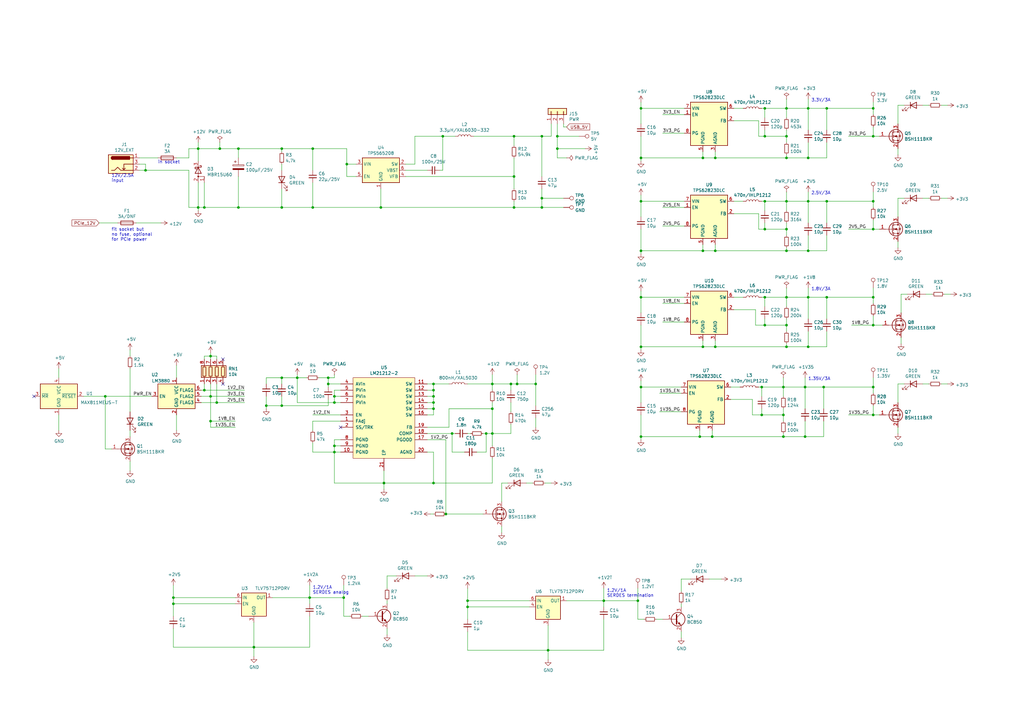
<source format=kicad_sch>
(kicad_sch (version 20211123) (generator eeschema)

  (uuid ae62b4c7-0f95-4cd9-91ac-3e7723d29f39)

  (paper "A3")

  

  (junction (at 313.69 93.98) (diameter 0) (color 0 0 0 0)
    (uuid 0293c64d-258d-417b-8c4c-df5bec9d92d9)
  )
  (junction (at 322.58 93.98) (diameter 0) (color 0 0 0 0)
    (uuid 03b222f2-b421-4321-bd3f-6d6f6cf41dce)
  )
  (junction (at 288.29 64.77) (diameter 0) (color 0 0 0 0)
    (uuid 0595a04f-7477-4b42-9542-5d6e7a468e5a)
  )
  (junction (at 293.37 102.87) (diameter 0) (color 0 0 0 0)
    (uuid 06ac3bb5-5357-4aa0-9b0b-4f43394f12a7)
  )
  (junction (at 177.8 160.02) (diameter 0) (color 0 0 0 0)
    (uuid 0ca7582a-2cf2-4166-a70e-351e9f98bc70)
  )
  (junction (at 339.09 82.55) (diameter 0) (color 0 0 0 0)
    (uuid 0e1ea3f9-0ea3-4f98-af6d-5c06b522a7cb)
  )
  (junction (at 115.57 85.09) (diameter 0) (color 0 0 0 0)
    (uuid 0f7a0070-646d-4ce6-88e4-00e1d476e141)
  )
  (junction (at 109.22 166.37) (diameter 0) (color 0 0 0 0)
    (uuid 102ee0d3-0d1c-48f8-9bae-0c5b4130d75e)
  )
  (junction (at 358.14 55.88) (diameter 0) (color 0 0 0 0)
    (uuid 195e4170-a623-4614-a488-a41ba6c02605)
  )
  (junction (at 156.21 85.09) (diameter 0) (color 0 0 0 0)
    (uuid 1b8f65d4-c9eb-4356-a7f5-ac59037affa7)
  )
  (junction (at 331.47 121.92) (diameter 0) (color 0 0 0 0)
    (uuid 1da254ed-29b1-422b-95d9-60841f7f8478)
  )
  (junction (at 88.9 165.1) (diameter 0) (color 0 0 0 0)
    (uuid 2148f2b6-facf-4495-acb4-dd632124e0f9)
  )
  (junction (at 262.89 44.45) (diameter 0) (color 0 0 0 0)
    (uuid 248bf9d8-744b-4117-bbeb-af67ed594739)
  )
  (junction (at 199.39 177.8) (diameter 0) (color 0 0 0 0)
    (uuid 253a68c6-a73a-46e9-96d6-f280b2e51625)
  )
  (junction (at 104.14 265.43) (diameter 0) (color 0 0 0 0)
    (uuid 26d7ef4d-55f6-4c25-b836-f3312479386a)
  )
  (junction (at 322.58 102.87) (diameter 0) (color 0 0 0 0)
    (uuid 27a9d1e1-420e-4ba3-851a-0d64ecd77756)
  )
  (junction (at 293.37 64.77) (diameter 0) (color 0 0 0 0)
    (uuid 2a765a46-48b1-4bb6-b6ce-2f340037e5cf)
  )
  (junction (at 331.47 102.87) (diameter 0) (color 0 0 0 0)
    (uuid 2bdda21f-13ee-449a-b227-9a54419c8b42)
  )
  (junction (at 97.79 85.09) (diameter 0) (color 0 0 0 0)
    (uuid 2c5003cc-4441-4aa9-9cb7-c958d77366d0)
  )
  (junction (at 209.55 157.48) (diameter 0) (color 0 0 0 0)
    (uuid 2e933e55-bc28-4018-8964-d8b356b2a429)
  )
  (junction (at 262.89 121.92) (diameter 0) (color 0 0 0 0)
    (uuid 2f187dd3-7987-4410-ad58-03b57edb9932)
  )
  (junction (at 358.14 93.98) (diameter 0) (color 0 0 0 0)
    (uuid 2f36c327-e818-451f-9f32-d096ccbff234)
  )
  (junction (at 177.8 198.12) (diameter 0) (color 0 0 0 0)
    (uuid 2ff3ab08-bb18-487c-826d-64131b0657b4)
  )
  (junction (at 322.58 121.92) (diameter 0) (color 0 0 0 0)
    (uuid 34bc26a4-b99a-4092-a509-a89292dd3acb)
  )
  (junction (at 134.62 154.94) (diameter 0) (color 0 0 0 0)
    (uuid 35dd081b-9c90-4f35-84d1-6d53ae6bd97a)
  )
  (junction (at 228.6 60.96) (diameter 0) (color 0 0 0 0)
    (uuid 36f0ad0b-dbc6-4483-84c6-3c68e97daaac)
  )
  (junction (at 210.82 85.09) (diameter 0) (color 0 0 0 0)
    (uuid 37151358-5d26-4223-aab7-bbe564f73269)
  )
  (junction (at 90.17 60.96) (diameter 0) (color 0 0 0 0)
    (uuid 38b45e65-d21a-4780-949c-b4df73ce9bcf)
  )
  (junction (at 191.77 246.38) (diameter 0) (color 0 0 0 0)
    (uuid 3d441e70-a2bc-4b91-b5fb-ae9fda0d80af)
  )
  (junction (at 43.18 162.56) (diameter 0) (color 0 0 0 0)
    (uuid 3d9cfcdb-ccfa-44ba-bd1b-f316c3905870)
  )
  (junction (at 322.58 82.55) (diameter 0) (color 0 0 0 0)
    (uuid 3dc507ae-48ea-4f1e-8962-e73c0e5934f6)
  )
  (junction (at 115.57 154.94) (diameter 0) (color 0 0 0 0)
    (uuid 3dd58fe4-e298-4581-8c79-9dbd55f3ca5e)
  )
  (junction (at 222.25 85.09) (diameter 0) (color 0 0 0 0)
    (uuid 3e894d00-4425-498d-9ead-f450982a9204)
  )
  (junction (at 219.71 157.48) (diameter 0) (color 0 0 0 0)
    (uuid 3e9ae718-ffbc-42ad-9aff-5ed763f59baf)
  )
  (junction (at 321.31 179.07) (diameter 0) (color 0 0 0 0)
    (uuid 407e6866-ce57-4a0b-a169-7eac092652fe)
  )
  (junction (at 140.97 245.11) (diameter 0) (color 0 0 0 0)
    (uuid 41d1f9b8-f916-47f8-9297-6f3b7c56503e)
  )
  (junction (at 321.31 170.18) (diameter 0) (color 0 0 0 0)
    (uuid 42f64f7b-7c58-4d50-b295-26f48afc18ac)
  )
  (junction (at 83.82 160.02) (diameter 0) (color 0 0 0 0)
    (uuid 43c972d7-0f56-487f-9665-23fd378f5fb7)
  )
  (junction (at 288.29 142.24) (diameter 0) (color 0 0 0 0)
    (uuid 456a0f4d-8f08-4af5-9ebc-bd56ca7b864e)
  )
  (junction (at 222.25 81.28) (diameter 0) (color 0 0 0 0)
    (uuid 4778a21b-73f2-45a4-8ef5-3955c034308f)
  )
  (junction (at 262.89 102.87) (diameter 0) (color 0 0 0 0)
    (uuid 4d5da3ef-47ce-4f45-a247-040df1410311)
  )
  (junction (at 312.42 158.75) (diameter 0) (color 0 0 0 0)
    (uuid 51c0aba4-67d4-4c68-a0f5-c131bc9fee2f)
  )
  (junction (at 330.2 179.07) (diameter 0) (color 0 0 0 0)
    (uuid 51f2f019-0400-459d-ba65-9b144ff75eda)
  )
  (junction (at 81.28 85.09) (diameter 0) (color 0 0 0 0)
    (uuid 54994a58-1603-48d7-b511-7b9b7204faaa)
  )
  (junction (at 322.58 64.77) (diameter 0) (color 0 0 0 0)
    (uuid 562a83a1-e4c0-40ec-8dfc-c6fb263ac835)
  )
  (junction (at 313.69 133.35) (diameter 0) (color 0 0 0 0)
    (uuid 57c2508f-af97-4bee-a0d0-e4d3338a8afd)
  )
  (junction (at 71.12 245.11) (diameter 0) (color 0 0 0 0)
    (uuid 592c91f6-c172-4a32-884a-061752c1bff9)
  )
  (junction (at 358.14 133.35) (diameter 0) (color 0 0 0 0)
    (uuid 5d14f45c-0b29-4f3e-a7c1-0a7fe54b1646)
  )
  (junction (at 247.65 246.38) (diameter 0) (color 0 0 0 0)
    (uuid 5de43ee8-4291-46d8-94c3-0241cf33eb76)
  )
  (junction (at 86.36 146.05) (diameter 0) (color 0 0 0 0)
    (uuid 5e4b4715-7925-424b-9a75-d781e747ea29)
  )
  (junction (at 115.57 60.96) (diameter 0) (color 0 0 0 0)
    (uuid 5f66b556-f077-4fe3-87d6-73ab0d571254)
  )
  (junction (at 128.27 60.96) (diameter 0) (color 0 0 0 0)
    (uuid 62c0c665-5b7f-43a1-a1c4-97b75423c6b2)
  )
  (junction (at 262.89 158.75) (diameter 0) (color 0 0 0 0)
    (uuid 643d80ef-8daf-4495-97c7-1b6d29d8dfef)
  )
  (junction (at 312.42 170.18) (diameter 0) (color 0 0 0 0)
    (uuid 68241e35-c8b4-4c7d-85bc-ea8375a3e979)
  )
  (junction (at 322.58 55.88) (diameter 0) (color 0 0 0 0)
    (uuid 6e099f76-862b-4da1-ba9f-8f24ae0c8d30)
  )
  (junction (at 128.27 85.09) (diameter 0) (color 0 0 0 0)
    (uuid 6ec995b3-ae6b-45db-81f9-fd35972e4de9)
  )
  (junction (at 358.14 170.18) (diameter 0) (color 0 0 0 0)
    (uuid 6ff267cc-770f-43ec-bed3-3f0634e9b698)
  )
  (junction (at 177.8 167.64) (diameter 0) (color 0 0 0 0)
    (uuid 75a7be90-106e-482c-a464-110e4aa676c5)
  )
  (junction (at 210.82 72.39) (diameter 0) (color 0 0 0 0)
    (uuid 7d9221cc-bef3-465f-b042-5fec8f114db9)
  )
  (junction (at 262.89 179.07) (diameter 0) (color 0 0 0 0)
    (uuid 84f63bb6-4eb9-4689-a4f3-3048ae3cbd72)
  )
  (junction (at 134.62 157.48) (diameter 0) (color 0 0 0 0)
    (uuid 86cbe837-42ed-4077-a19f-72dd31ba4407)
  )
  (junction (at 224.79 266.7) (diameter 0) (color 0 0 0 0)
    (uuid 86eb168b-7396-4f91-9918-7be98c740008)
  )
  (junction (at 322.58 142.24) (diameter 0) (color 0 0 0 0)
    (uuid 874544c5-f21b-49eb-a67b-c0e80f5253f1)
  )
  (junction (at 262.89 64.77) (diameter 0) (color 0 0 0 0)
    (uuid 87eb4bc4-bb26-40d5-b6fa-c3bb347dbe29)
  )
  (junction (at 81.28 60.96) (diameter 0) (color 0 0 0 0)
    (uuid 885b7918-6fc0-4356-a9c4-4493dc8395b7)
  )
  (junction (at 358.14 82.55) (diameter 0) (color 0 0 0 0)
    (uuid 8b2459a9-2975-46a9-a197-f8eb58345ff8)
  )
  (junction (at 137.16 162.56) (diameter 0) (color 0 0 0 0)
    (uuid 8b85b95e-35ea-4365-9fe3-93ce7e96032f)
  )
  (junction (at 201.93 177.8) (diameter 0) (color 0 0 0 0)
    (uuid 8e931fb7-6053-4877-a0f9-8d35aef78e84)
  )
  (junction (at 313.69 82.55) (diameter 0) (color 0 0 0 0)
    (uuid 900147d5-2fd5-44de-a569-13801c881b8f)
  )
  (junction (at 331.47 44.45) (diameter 0) (color 0 0 0 0)
    (uuid 96edc933-1b50-4eef-a2de-b2f1cc02a7e7)
  )
  (junction (at 330.2 158.75) (diameter 0) (color 0 0 0 0)
    (uuid 971c0335-c37f-4b11-8944-3c6bcd551cc7)
  )
  (junction (at 182.88 210.82) (diameter 0) (color 0 0 0 0)
    (uuid 99b16b3e-c969-4c22-b214-8be0cfcc1731)
  )
  (junction (at 222.25 55.88) (diameter 0) (color 0 0 0 0)
    (uuid 9b4c0579-2427-4119-8337-b87d8411872a)
  )
  (junction (at 331.47 142.24) (diameter 0) (color 0 0 0 0)
    (uuid a2164008-657b-47d6-89c6-d33a0f994fb2)
  )
  (junction (at 358.14 44.45) (diameter 0) (color 0 0 0 0)
    (uuid a33ae006-8c92-4c8a-8134-42b6731b6c81)
  )
  (junction (at 292.1 179.07) (diameter 0) (color 0 0 0 0)
    (uuid a46bc207-7a2b-4c2c-8664-12f06b8e7eb1)
  )
  (junction (at 127 245.11) (diameter 0) (color 0 0 0 0)
    (uuid a548cdaf-2e20-448f-ac62-9bd51c1fb9da)
  )
  (junction (at 201.93 157.48) (diameter 0) (color 0 0 0 0)
    (uuid a6251d75-ead4-4ada-b9be-db6bf2c7fe29)
  )
  (junction (at 287.02 179.07) (diameter 0) (color 0 0 0 0)
    (uuid ab16641d-b852-4f13-b79d-d22411190cab)
  )
  (junction (at 339.09 121.92) (diameter 0) (color 0 0 0 0)
    (uuid ac331fa9-bac5-4a09-a298-289f5568592f)
  )
  (junction (at 177.8 157.48) (diameter 0) (color 0 0 0 0)
    (uuid acd23b79-317c-4d2e-90fe-1c7f88c75ef5)
  )
  (junction (at 331.47 64.77) (diameter 0) (color 0 0 0 0)
    (uuid ad26ba90-b38d-485b-8f93-ba702ebb695a)
  )
  (junction (at 288.29 102.87) (diameter 0) (color 0 0 0 0)
    (uuid aefc7a08-8cec-449e-858c-c9cd83cd8be6)
  )
  (junction (at 121.92 154.94) (diameter 0) (color 0 0 0 0)
    (uuid b185de03-ff2b-46ed-a95b-f2431f119d54)
  )
  (junction (at 71.12 247.65) (diameter 0) (color 0 0 0 0)
    (uuid b5061e19-dfbf-41b3-ae98-60ee1a4b7f97)
  )
  (junction (at 212.09 157.48) (diameter 0) (color 0 0 0 0)
    (uuid b558f8c4-f5fe-4299-83c3-ba7b6d493a68)
  )
  (junction (at 86.36 162.56) (diameter 0) (color 0 0 0 0)
    (uuid b5fdd136-395e-4f41-ac20-26e2628d6d97)
  )
  (junction (at 293.37 142.24) (diameter 0) (color 0 0 0 0)
    (uuid b86b2bdf-9993-44ff-91e3-13270234b4d0)
  )
  (junction (at 185.42 177.8) (diameter 0) (color 0 0 0 0)
    (uuid ba089bdb-62a5-49bd-9552-c310da9952f3)
  )
  (junction (at 322.58 44.45) (diameter 0) (color 0 0 0 0)
    (uuid ba637796-cd5e-4391-97dd-a6f6598af957)
  )
  (junction (at 228.6 55.88) (diameter 0) (color 0 0 0 0)
    (uuid bafb2ec6-570d-4e56-83f2-127612477cbe)
  )
  (junction (at 262.89 82.55) (diameter 0) (color 0 0 0 0)
    (uuid bb5151bc-5d6f-4aea-9a7d-332d6283f434)
  )
  (junction (at 337.82 158.75) (diameter 0) (color 0 0 0 0)
    (uuid bb5b8563-8aeb-4b58-8ad3-b9c00376a282)
  )
  (junction (at 137.16 182.88) (diameter 0) (color 0 0 0 0)
    (uuid bc55d8bd-a971-4d00-8c2c-cd2b47701f2a)
  )
  (junction (at 137.16 165.1) (diameter 0) (color 0 0 0 0)
    (uuid bcc02520-ed33-4fd6-b1f6-4d4e6eb2f198)
  )
  (junction (at 339.09 44.45) (diameter 0) (color 0 0 0 0)
    (uuid c26b5e1b-cc90-4133-9352-3657147f8158)
  )
  (junction (at 191.77 248.92) (diameter 0) (color 0 0 0 0)
    (uuid c31beb0c-30c9-4805-a878-7d2c3a680ad0)
  )
  (junction (at 137.16 185.42) (diameter 0) (color 0 0 0 0)
    (uuid c8fc26d9-00fd-4dde-8bd3-e731987d4250)
  )
  (junction (at 313.69 44.45) (diameter 0) (color 0 0 0 0)
    (uuid c980b7ff-8a8c-4a71-94b5-28a9decd5230)
  )
  (junction (at 261.62 246.38) (diameter 0) (color 0 0 0 0)
    (uuid ca9b3d53-878c-4843-8a1d-7ecf495a9c91)
  )
  (junction (at 177.8 165.1) (diameter 0) (color 0 0 0 0)
    (uuid cc9c3383-c2c7-4fb3-a64a-dab85c8d1537)
  )
  (junction (at 201.93 167.64) (diameter 0) (color 0 0 0 0)
    (uuid cd8f2652-d31b-4711-9f58-b4a9b482d902)
  )
  (junction (at 313.69 55.88) (diameter 0) (color 0 0 0 0)
    (uuid d338c701-2b93-410c-9ecd-57e3e942d213)
  )
  (junction (at 86.36 172.72) (diameter 0) (color 0 0 0 0)
    (uuid d5141b2d-71c8-40a8-9603-c4616cd66d9e)
  )
  (junction (at 321.31 158.75) (diameter 0) (color 0 0 0 0)
    (uuid d8e316bc-9aac-4a28-a7c0-0545ca456e86)
  )
  (junction (at 358.14 158.75) (diameter 0) (color 0 0 0 0)
    (uuid d9a0c187-3bfb-40a4-a7be-69e695db4255)
  )
  (junction (at 83.82 85.09) (diameter 0) (color 0 0 0 0)
    (uuid d9ae942c-27ef-4882-ba43-4e2805608508)
  )
  (junction (at 142.24 67.31) (diameter 0) (color 0 0 0 0)
    (uuid deebf056-fba9-4e97-83a2-b62a24668984)
  )
  (junction (at 262.89 142.24) (diameter 0) (color 0 0 0 0)
    (uuid df13a53f-e1ad-4218-84d0-8cc2cb5c3ed5)
  )
  (junction (at 181.61 55.88) (diameter 0) (color 0 0 0 0)
    (uuid e12e14e9-c34b-4980-8e30-5ecd3e0e14aa)
  )
  (junction (at 358.14 121.92) (diameter 0) (color 0 0 0 0)
    (uuid e1515b2a-5f9b-45c4-b663-445ec4103d55)
  )
  (junction (at 177.8 162.56) (diameter 0) (color 0 0 0 0)
    (uuid e2bb0953-02c3-4b33-b1e3-3d35bc85d7f2)
  )
  (junction (at 322.58 133.35) (diameter 0) (color 0 0 0 0)
    (uuid ea853174-c3b9-4253-8569-bd8ce3593d30)
  )
  (junction (at 210.82 55.88) (diameter 0) (color 0 0 0 0)
    (uuid eb9837cb-bf6f-43da-bde8-757d59e9f57f)
  )
  (junction (at 157.48 198.12) (diameter 0) (color 0 0 0 0)
    (uuid eda9daf8-4a7f-4ce2-b674-13d1c7c860fd)
  )
  (junction (at 331.47 82.55) (diameter 0) (color 0 0 0 0)
    (uuid ef580b72-4fff-4db9-b8c7-073293d6aac5)
  )
  (junction (at 97.79 60.96) (diameter 0) (color 0 0 0 0)
    (uuid f1cb0908-4800-4ae6-b01b-11760c4bae97)
  )
  (junction (at 59.69 69.85) (diameter 0) (color 0 0 0 0)
    (uuid f4c6ef0b-530c-4fb7-b0b1-5220f7e6fb11)
  )
  (junction (at 115.57 166.37) (diameter 0) (color 0 0 0 0)
    (uuid fb98e058-6eff-4d22-b03c-2bfdd5213164)
  )
  (junction (at 313.69 121.92) (diameter 0) (color 0 0 0 0)
    (uuid fc8e4073-d1c9-4294-b9b9-725298f47036)
  )

  (no_connect (at 91.44 157.48) (uuid 0257b7d1-33fa-4eab-bcec-341f7e87d69e))
  (no_connect (at 13.97 162.56) (uuid 510f919a-1729-41bb-8fca-d33b8adc182e))
  (no_connect (at 139.7 175.26) (uuid 60c03d70-14ef-4585-9681-182395b8fad9))
  (no_connect (at 91.44 147.32) (uuid 92549672-fe68-498a-8a65-5182c89f092f))

  (wire (pts (xy 231.14 50.8) (xy 231.14 52.07))
    (stroke (width 0) (type default) (color 0 0 0 0))
    (uuid 0049d5cc-60e5-4cb3-8dad-a9e4775a3f97)
  )
  (wire (pts (xy 312.42 44.45) (xy 313.69 44.45))
    (stroke (width 0) (type default) (color 0 0 0 0))
    (uuid 009f2f60-a251-427a-9e62-50e7a36bff1c)
  )
  (wire (pts (xy 322.58 135.89) (xy 322.58 133.35))
    (stroke (width 0) (type default) (color 0 0 0 0))
    (uuid 00bef611-c8d2-4a0e-9140-9b0880bd811d)
  )
  (wire (pts (xy 181.61 55.88) (xy 181.61 69.85))
    (stroke (width 0) (type default) (color 0 0 0 0))
    (uuid 00cc6cd9-1e6c-4cfc-9e9d-0188b5a12915)
  )
  (wire (pts (xy 191.77 246.38) (xy 191.77 248.92))
    (stroke (width 0) (type default) (color 0 0 0 0))
    (uuid 01364f80-b294-4d1f-a2d4-8f7c7058f8cf)
  )
  (wire (pts (xy 190.5 185.42) (xy 185.42 185.42))
    (stroke (width 0) (type default) (color 0 0 0 0))
    (uuid 01412f69-398a-4865-95b4-a5d0525437cc)
  )
  (wire (pts (xy 331.47 44.45) (xy 331.47 53.34))
    (stroke (width 0) (type default) (color 0 0 0 0))
    (uuid 01839b64-c377-4e77-a7e6-5bf55adbc291)
  )
  (wire (pts (xy 378.46 157.48) (xy 381 157.48))
    (stroke (width 0) (type default) (color 0 0 0 0))
    (uuid 01bed5eb-2472-45a0-abe0-65264743f49d)
  )
  (wire (pts (xy 226.06 50.8) (xy 226.06 55.88))
    (stroke (width 0) (type default) (color 0 0 0 0))
    (uuid 0335346d-cbdf-4a64-9263-860200771ef3)
  )
  (wire (pts (xy 177.8 162.56) (xy 177.8 160.02))
    (stroke (width 0) (type default) (color 0 0 0 0))
    (uuid 03675b15-4c46-4713-bf4a-1784b530510a)
  )
  (wire (pts (xy 177.8 165.1) (xy 177.8 162.56))
    (stroke (width 0) (type default) (color 0 0 0 0))
    (uuid 0521a631-7a98-428b-88a3-de927decdf58)
  )
  (wire (pts (xy 339.09 44.45) (xy 339.09 53.34))
    (stroke (width 0) (type default) (color 0 0 0 0))
    (uuid 053f31e5-571e-4d81-8151-7f4a42567e25)
  )
  (wire (pts (xy 262.89 102.87) (xy 288.29 102.87))
    (stroke (width 0) (type default) (color 0 0 0 0))
    (uuid 055afd48-3db9-4435-8fdf-bde7265ae64d)
  )
  (wire (pts (xy 82.55 165.1) (xy 88.9 165.1))
    (stroke (width 0) (type default) (color 0 0 0 0))
    (uuid 077cd2a0-cefb-4a5f-928d-ec3ceb8985ec)
  )
  (wire (pts (xy 201.93 167.64) (xy 201.93 165.1))
    (stroke (width 0) (type default) (color 0 0 0 0))
    (uuid 081fd7b2-236f-421d-b5f8-4660c091c8bd)
  )
  (wire (pts (xy 128.27 172.72) (xy 139.7 172.72))
    (stroke (width 0) (type default) (color 0 0 0 0))
    (uuid 0988cbe7-8f05-4052-b8be-017b779aa7b0)
  )
  (wire (pts (xy 71.12 245.11) (xy 96.52 245.11))
    (stroke (width 0) (type default) (color 0 0 0 0))
    (uuid 099cf411-08e4-4fe1-b433-7ccad188c0a2)
  )
  (wire (pts (xy 322.58 82.55) (xy 331.47 82.55))
    (stroke (width 0) (type default) (color 0 0 0 0))
    (uuid 0abfd553-fac4-41ff-9959-9565e99a5a2b)
  )
  (wire (pts (xy 322.58 64.77) (xy 322.58 63.5))
    (stroke (width 0) (type default) (color 0 0 0 0))
    (uuid 0b1af506-2a6c-46fc-a85a-134c6c6f15e2)
  )
  (wire (pts (xy 127 240.03) (xy 127 245.11))
    (stroke (width 0) (type default) (color 0 0 0 0))
    (uuid 0b419e47-4938-409c-b225-b37ce3bd057a)
  )
  (wire (pts (xy 313.69 82.55) (xy 322.58 82.55))
    (stroke (width 0) (type default) (color 0 0 0 0))
    (uuid 0bd9d2b0-66f6-4f95-97b2-11bd7122d426)
  )
  (wire (pts (xy 358.14 78.74) (xy 358.14 82.55))
    (stroke (width 0) (type default) (color 0 0 0 0))
    (uuid 0d3d729d-4613-4226-9957-ef0222023754)
  )
  (wire (pts (xy 191.77 241.3) (xy 191.77 246.38))
    (stroke (width 0) (type default) (color 0 0 0 0))
    (uuid 0d81ef6a-9d9f-486e-98f5-b0490e167004)
  )
  (wire (pts (xy 337.82 158.75) (xy 337.82 167.64))
    (stroke (width 0) (type default) (color 0 0 0 0))
    (uuid 0d96fe9f-90ca-403e-ba47-6261a8acae39)
  )
  (wire (pts (xy 331.47 82.55) (xy 339.09 82.55))
    (stroke (width 0) (type default) (color 0 0 0 0))
    (uuid 0ef9d927-b213-47af-bb19-4b63ae7d62ff)
  )
  (wire (pts (xy 177.8 165.1) (xy 175.26 165.1))
    (stroke (width 0) (type default) (color 0 0 0 0))
    (uuid 0ff88854-b554-4e43-9886-80947854542f)
  )
  (wire (pts (xy 143.51 252.73) (xy 140.97 252.73))
    (stroke (width 0) (type default) (color 0 0 0 0))
    (uuid 1200c9c9-1d60-46c3-8768-594fecc25974)
  )
  (wire (pts (xy 185.42 177.8) (xy 175.26 177.8))
    (stroke (width 0) (type default) (color 0 0 0 0))
    (uuid 131875b1-256e-4a5f-8bff-defb27d37c5a)
  )
  (wire (pts (xy 358.14 55.88) (xy 360.68 55.88))
    (stroke (width 0) (type default) (color 0 0 0 0))
    (uuid 13e2a950-aa07-469d-926f-c27ad6a0e5ce)
  )
  (wire (pts (xy 86.36 144.78) (xy 86.36 146.05))
    (stroke (width 0) (type default) (color 0 0 0 0))
    (uuid 14b5fb19-e021-443b-bbe1-5b4fb4928cc9)
  )
  (wire (pts (xy 128.27 69.85) (xy 128.27 60.96))
    (stroke (width 0) (type default) (color 0 0 0 0))
    (uuid 14f38723-745f-4be9-9970-45664135637b)
  )
  (wire (pts (xy 156.21 85.09) (xy 210.82 85.09))
    (stroke (width 0) (type default) (color 0 0 0 0))
    (uuid 154395e8-fdaa-490c-a716-b3477e1e48cb)
  )
  (wire (pts (xy 300.99 82.55) (xy 304.8 82.55))
    (stroke (width 0) (type default) (color 0 0 0 0))
    (uuid 15541535-b203-4ce7-919a-71b8fd36fc84)
  )
  (wire (pts (xy 331.47 135.89) (xy 331.47 142.24))
    (stroke (width 0) (type default) (color 0 0 0 0))
    (uuid 158d345e-059b-4cdc-9bee-bc1a1972bd46)
  )
  (wire (pts (xy 86.36 146.05) (xy 86.36 147.32))
    (stroke (width 0) (type default) (color 0 0 0 0))
    (uuid 160cafd7-6434-4861-8944-7703bdeec48a)
  )
  (wire (pts (xy 299.72 158.75) (xy 303.53 158.75))
    (stroke (width 0) (type default) (color 0 0 0 0))
    (uuid 164d827b-0c82-4bf7-b859-2079f6063315)
  )
  (wire (pts (xy 115.57 162.56) (xy 115.57 166.37))
    (stroke (width 0) (type default) (color 0 0 0 0))
    (uuid 16c26aa8-cb39-4458-b129-250460bc46a6)
  )
  (wire (pts (xy 262.89 55.88) (xy 262.89 64.77))
    (stroke (width 0) (type default) (color 0 0 0 0))
    (uuid 16e3c4d0-a34c-4e54-8e3d-9b0677b41657)
  )
  (wire (pts (xy 134.62 163.83) (xy 134.62 166.37))
    (stroke (width 0) (type default) (color 0 0 0 0))
    (uuid 17652dab-6e28-4bdc-a52e-72d7619130e3)
  )
  (wire (pts (xy 321.31 179.07) (xy 321.31 177.8))
    (stroke (width 0) (type default) (color 0 0 0 0))
    (uuid 1772fd01-31ea-40a8-a1f7-0524fe1d6027)
  )
  (wire (pts (xy 209.55 165.1) (xy 209.55 168.91))
    (stroke (width 0) (type default) (color 0 0 0 0))
    (uuid 17f250ff-a5df-42b4-acd2-5e42adba5713)
  )
  (wire (pts (xy 210.82 64.77) (xy 210.82 72.39))
    (stroke (width 0) (type default) (color 0 0 0 0))
    (uuid 18018c75-a3fa-4e3d-8e98-5d90cfa061da)
  )
  (wire (pts (xy 125.73 154.94) (xy 121.92 154.94))
    (stroke (width 0) (type default) (color 0 0 0 0))
    (uuid 1864ac7a-7df0-46fa-b643-0dd1e4da871e)
  )
  (wire (pts (xy 137.16 185.42) (xy 139.7 185.42))
    (stroke (width 0) (type default) (color 0 0 0 0))
    (uuid 187e9181-2beb-4e64-a630-a87dccabef8b)
  )
  (wire (pts (xy 71.12 245.11) (xy 71.12 247.65))
    (stroke (width 0) (type default) (color 0 0 0 0))
    (uuid 18999317-6e02-49a1-8e2d-fd34e39c7728)
  )
  (wire (pts (xy 322.58 96.52) (xy 322.58 93.98))
    (stroke (width 0) (type default) (color 0 0 0 0))
    (uuid 18c5c474-a12f-4d7e-9b35-f7f4cd8741bb)
  )
  (wire (pts (xy 358.14 133.35) (xy 361.95 133.35))
    (stroke (width 0) (type default) (color 0 0 0 0))
    (uuid 190d4ebf-8797-420e-8123-a9c021817546)
  )
  (wire (pts (xy 191.77 259.08) (xy 191.77 266.7))
    (stroke (width 0) (type default) (color 0 0 0 0))
    (uuid 1997160f-f5db-4c62-983a-624876cebbe8)
  )
  (wire (pts (xy 339.09 44.45) (xy 358.14 44.45))
    (stroke (width 0) (type default) (color 0 0 0 0))
    (uuid 19ad0c80-225b-4fb5-85f6-07297721858e)
  )
  (wire (pts (xy 322.58 118.11) (xy 322.58 121.92))
    (stroke (width 0) (type default) (color 0 0 0 0))
    (uuid 1a21eb53-56df-49d4-a645-117dede80635)
  )
  (wire (pts (xy 199.39 177.8) (xy 201.93 177.8))
    (stroke (width 0) (type default) (color 0 0 0 0))
    (uuid 1a3c81cc-34d3-4a7b-8595-f97ddca8fef5)
  )
  (wire (pts (xy 128.27 60.96) (xy 142.24 60.96))
    (stroke (width 0) (type default) (color 0 0 0 0))
    (uuid 1b87c09a-11aa-44e2-ba77-68969c6e70bf)
  )
  (wire (pts (xy 293.37 142.24) (xy 322.58 142.24))
    (stroke (width 0) (type default) (color 0 0 0 0))
    (uuid 1b91e1a9-34bc-4161-bbea-4f56dac4b8f3)
  )
  (wire (pts (xy 358.14 166.37) (xy 358.14 170.18))
    (stroke (width 0) (type default) (color 0 0 0 0))
    (uuid 1bb174bb-0f65-4611-a5c6-e5d9f8ee6c19)
  )
  (wire (pts (xy 130.81 154.94) (xy 134.62 154.94))
    (stroke (width 0) (type default) (color 0 0 0 0))
    (uuid 1c0822ca-5028-4094-8613-4a9a1afdddbd)
  )
  (wire (pts (xy 209.55 173.99) (xy 209.55 177.8))
    (stroke (width 0) (type default) (color 0 0 0 0))
    (uuid 1d403774-56a7-4511-b2a0-6ca35d7f85bb)
  )
  (wire (pts (xy 231.14 52.07) (xy 232.41 52.07))
    (stroke (width 0) (type default) (color 0 0 0 0))
    (uuid 1dc94d58-5274-4f2d-8453-16def3043a47)
  )
  (wire (pts (xy 358.14 85.09) (xy 358.14 82.55))
    (stroke (width 0) (type default) (color 0 0 0 0))
    (uuid 1e659e35-e448-4db3-aac7-7fec53111c1e)
  )
  (wire (pts (xy 386.08 81.28) (xy 388.62 81.28))
    (stroke (width 0) (type default) (color 0 0 0 0))
    (uuid 206439ac-0e00-4ce6-80e4-8ef22536fb1d)
  )
  (wire (pts (xy 247.65 254) (xy 247.65 266.7))
    (stroke (width 0) (type default) (color 0 0 0 0))
    (uuid 21977bf5-7447-48c4-8465-a5c6848696ff)
  )
  (wire (pts (xy 312.42 167.64) (xy 312.42 170.18))
    (stroke (width 0) (type default) (color 0 0 0 0))
    (uuid 21da0a80-b140-4f62-8111-19c11b4ee956)
  )
  (wire (pts (xy 86.36 175.26) (xy 86.36 172.72))
    (stroke (width 0) (type default) (color 0 0 0 0))
    (uuid 22c9d435-1654-434a-97d6-3caf224f9416)
  )
  (wire (pts (xy 330.2 172.72) (xy 330.2 179.07))
    (stroke (width 0) (type default) (color 0 0 0 0))
    (uuid 24cd1468-7176-4408-9229-ea3114d33c54)
  )
  (wire (pts (xy 181.61 69.85) (xy 180.34 69.85))
    (stroke (width 0) (type default) (color 0 0 0 0))
    (uuid 25eef2d4-b59d-4710-9b5a-97ca196a5279)
  )
  (wire (pts (xy 368.3 177.8) (xy 368.3 175.26))
    (stroke (width 0) (type default) (color 0 0 0 0))
    (uuid 267961fa-e98a-4147-a6f2-7eaa3f92d10c)
  )
  (wire (pts (xy 184.15 157.48) (xy 177.8 157.48))
    (stroke (width 0) (type default) (color 0 0 0 0))
    (uuid 27b23c2a-28ee-44d7-8617-d1af512a8105)
  )
  (wire (pts (xy 194.31 55.88) (xy 210.82 55.88))
    (stroke (width 0) (type default) (color 0 0 0 0))
    (uuid 27be6bf1-fabb-4584-a34d-aebb2a160377)
  )
  (wire (pts (xy 358.14 52.07) (xy 358.14 55.88))
    (stroke (width 0) (type default) (color 0 0 0 0))
    (uuid 27fed77a-2a66-4177-9591-d1d5059924e4)
  )
  (wire (pts (xy 331.47 78.74) (xy 331.47 82.55))
    (stroke (width 0) (type default) (color 0 0 0 0))
    (uuid 2ab45000-ece9-4455-88e6-64ab715f603e)
  )
  (wire (pts (xy 330.2 158.75) (xy 337.82 158.75))
    (stroke (width 0) (type default) (color 0 0 0 0))
    (uuid 2ad99335-09bc-4195-bbfe-731ed17abb36)
  )
  (wire (pts (xy 321.31 158.75) (xy 330.2 158.75))
    (stroke (width 0) (type default) (color 0 0 0 0))
    (uuid 2ae1aaba-5a80-41bc-aeca-56ae0e6fa1d9)
  )
  (wire (pts (xy 134.62 166.37) (xy 115.57 166.37))
    (stroke (width 0) (type default) (color 0 0 0 0))
    (uuid 2b095ca4-a07e-47b8-aaea-1b145df716ed)
  )
  (wire (pts (xy 219.71 153.67) (xy 219.71 157.48))
    (stroke (width 0) (type default) (color 0 0 0 0))
    (uuid 2b839749-e447-4e27-ad6d-5cb50e299e18)
  )
  (wire (pts (xy 293.37 102.87) (xy 322.58 102.87))
    (stroke (width 0) (type default) (color 0 0 0 0))
    (uuid 2ba16985-3552-44fc-b32f-ac26f8c3f9e6)
  )
  (wire (pts (xy 322.58 55.88) (xy 322.58 53.34))
    (stroke (width 0) (type default) (color 0 0 0 0))
    (uuid 2c3f057b-5a7e-44e3-b05c-796c203f5697)
  )
  (wire (pts (xy 184.15 175.26) (xy 184.15 167.64))
    (stroke (width 0) (type default) (color 0 0 0 0))
    (uuid 2c97eee8-5c69-4812-951e-f237df1185d2)
  )
  (wire (pts (xy 177.8 160.02) (xy 175.26 160.02))
    (stroke (width 0) (type default) (color 0 0 0 0))
    (uuid 2d332a11-729a-4497-8549-952851b5f6b8)
  )
  (wire (pts (xy 331.47 64.77) (xy 322.58 64.77))
    (stroke (width 0) (type default) (color 0 0 0 0))
    (uuid 2d8c851c-efc7-43f9-9270-646d91044777)
  )
  (wire (pts (xy 222.25 81.28) (xy 222.25 85.09))
    (stroke (width 0) (type default) (color 0 0 0 0))
    (uuid 2ec12b3e-ee29-4b95-9403-042747aa7ea1)
  )
  (wire (pts (xy 215.9 198.12) (xy 218.44 198.12))
    (stroke (width 0) (type default) (color 0 0 0 0))
    (uuid 2f643e06-92ea-42c9-b31f-e542bc926df3)
  )
  (wire (pts (xy 387.35 120.65) (xy 389.89 120.65))
    (stroke (width 0) (type default) (color 0 0 0 0))
    (uuid 2fb754cb-25e9-4e34-b6fb-42afa45c0e67)
  )
  (wire (pts (xy 191.77 266.7) (xy 224.79 266.7))
    (stroke (width 0) (type default) (color 0 0 0 0))
    (uuid 305a02d0-7639-4294-b691-46d0438d8768)
  )
  (wire (pts (xy 321.31 154.94) (xy 321.31 158.75))
    (stroke (width 0) (type default) (color 0 0 0 0))
    (uuid 31d8fb7a-338e-4886-88c9-d30b33e965a3)
  )
  (wire (pts (xy 279.4 261.62) (xy 279.4 259.08))
    (stroke (width 0) (type default) (color 0 0 0 0))
    (uuid 32213455-e5a8-430e-bef8-58574352905b)
  )
  (wire (pts (xy 142.24 67.31) (xy 146.05 67.31))
    (stroke (width 0) (type default) (color 0 0 0 0))
    (uuid 32aa8850-cfcf-4703-9789-b791e3d075ed)
  )
  (wire (pts (xy 115.57 154.94) (xy 121.92 154.94))
    (stroke (width 0) (type default) (color 0 0 0 0))
    (uuid 32dfb0ba-6322-4411-8e7e-32b995b1a9de)
  )
  (wire (pts (xy 55.88 91.44) (xy 66.04 91.44))
    (stroke (width 0) (type default) (color 0 0 0 0))
    (uuid 33301466-8f63-4b20-9671-84a68986efd0)
  )
  (wire (pts (xy 337.82 158.75) (xy 358.14 158.75))
    (stroke (width 0) (type default) (color 0 0 0 0))
    (uuid 3361e4b6-fc29-4f0f-a3b6-d209ddea0699)
  )
  (wire (pts (xy 262.89 158.75) (xy 279.4 158.75))
    (stroke (width 0) (type default) (color 0 0 0 0))
    (uuid 34c7107a-8e2a-480b-8f55-ed3a76c6de63)
  )
  (wire (pts (xy 280.67 54.61) (xy 271.78 54.61))
    (stroke (width 0) (type default) (color 0 0 0 0))
    (uuid 34de4fa5-51af-4ffd-b66b-ecc000e90c8f)
  )
  (wire (pts (xy 312.42 82.55) (xy 313.69 82.55))
    (stroke (width 0) (type default) (color 0 0 0 0))
    (uuid 35c676dc-3320-4b6f-be65-863f040fff6c)
  )
  (wire (pts (xy 368.3 101.6) (xy 368.3 99.06))
    (stroke (width 0) (type default) (color 0 0 0 0))
    (uuid 36a31d45-08c6-4a2e-a4ba-f37422572450)
  )
  (wire (pts (xy 139.7 182.88) (xy 137.16 182.88))
    (stroke (width 0) (type default) (color 0 0 0 0))
    (uuid 3705ccdb-e940-4d0f-bb8c-97b8eaee6153)
  )
  (wire (pts (xy 128.27 85.09) (xy 156.21 85.09))
    (stroke (width 0) (type default) (color 0 0 0 0))
    (uuid 37729196-b55c-4477-bc80-48de915762b4)
  )
  (wire (pts (xy 201.93 177.8) (xy 201.93 167.64))
    (stroke (width 0) (type default) (color 0 0 0 0))
    (uuid 37b518c2-147c-4995-9c7c-bba9baafcea3)
  )
  (wire (pts (xy 185.42 185.42) (xy 185.42 177.8))
    (stroke (width 0) (type default) (color 0 0 0 0))
    (uuid 38b5385e-430a-4c9b-ab49-008bc2cc7983)
  )
  (wire (pts (xy 81.28 66.04) (xy 81.28 60.96))
    (stroke (width 0) (type default) (color 0 0 0 0))
    (uuid 3931e880-7071-44d3-bf54-ae0f9c44834e)
  )
  (wire (pts (xy 347.98 55.88) (xy 358.14 55.88))
    (stroke (width 0) (type default) (color 0 0 0 0))
    (uuid 3945bcaa-ae59-4f78-8d98-f932bc6651ea)
  )
  (wire (pts (xy 228.6 50.8) (xy 228.6 55.88))
    (stroke (width 0) (type default) (color 0 0 0 0))
    (uuid 396e711f-9f58-480f-81e1-04e75eb68f18)
  )
  (wire (pts (xy 337.82 179.07) (xy 330.2 179.07))
    (stroke (width 0) (type default) (color 0 0 0 0))
    (uuid 3aebaa36-adcc-4378-9fee-87c9ebc95904)
  )
  (wire (pts (xy 137.16 160.02) (xy 139.7 160.02))
    (stroke (width 0) (type default) (color 0 0 0 0))
    (uuid 3af98d79-4308-494e-8288-7b14f4240c15)
  )
  (wire (pts (xy 96.52 247.65) (xy 71.12 247.65))
    (stroke (width 0) (type default) (color 0 0 0 0))
    (uuid 3b86bf11-7b25-45e9-9a20-9e2e9da1ff55)
  )
  (wire (pts (xy 322.58 93.98) (xy 313.69 93.98))
    (stroke (width 0) (type default) (color 0 0 0 0))
    (uuid 3bd8a4dc-b117-46dc-925e-e6c5e5e45661)
  )
  (wire (pts (xy 322.58 44.45) (xy 331.47 44.45))
    (stroke (width 0) (type default) (color 0 0 0 0))
    (uuid 3bf6560b-c26b-4352-9058-316b69a22335)
  )
  (wire (pts (xy 330.2 154.94) (xy 330.2 158.75))
    (stroke (width 0) (type default) (color 0 0 0 0))
    (uuid 3c2bc7f2-7d57-4f55-944f-0b883840f0ba)
  )
  (wire (pts (xy 210.82 72.39) (xy 210.82 77.47))
    (stroke (width 0) (type default) (color 0 0 0 0))
    (uuid 3c859dd4-8651-408c-b796-1246249c6320)
  )
  (wire (pts (xy 330.2 179.07) (xy 321.31 179.07))
    (stroke (width 0) (type default) (color 0 0 0 0))
    (uuid 3c8bc57c-df82-4e0c-bd50-a4b205603b17)
  )
  (wire (pts (xy 262.89 179.07) (xy 262.89 180.34))
    (stroke (width 0) (type default) (color 0 0 0 0))
    (uuid 3cb15ecf-4cca-4028-8179-1aa22144062c)
  )
  (wire (pts (xy 88.9 146.05) (xy 88.9 147.32))
    (stroke (width 0) (type default) (color 0 0 0 0))
    (uuid 3cf37b68-3c0e-4a31-a1ec-4e0dc2ab9de5)
  )
  (wire (pts (xy 370.84 81.28) (xy 368.3 81.28))
    (stroke (width 0) (type default) (color 0 0 0 0))
    (uuid 3d12bddf-d942-4f35-a282-246d03dc36b7)
  )
  (wire (pts (xy 331.47 40.64) (xy 331.47 44.45))
    (stroke (width 0) (type default) (color 0 0 0 0))
    (uuid 3d32bfc6-f940-4928-a1ad-5b9b67d51e16)
  )
  (wire (pts (xy 262.89 88.9) (xy 262.89 82.55))
    (stroke (width 0) (type default) (color 0 0 0 0))
    (uuid 3f08edc6-7fe3-43e7-a166-91c2a80fcb54)
  )
  (wire (pts (xy 186.69 55.88) (xy 181.61 55.88))
    (stroke (width 0) (type default) (color 0 0 0 0))
    (uuid 3f3d2afa-1181-4cfa-8829-545e018209b5)
  )
  (wire (pts (xy 158.75 260.35) (xy 158.75 257.81))
    (stroke (width 0) (type default) (color 0 0 0 0))
    (uuid 3faa9409-0370-449d-8364-3855fe963843)
  )
  (wire (pts (xy 86.36 162.56) (xy 100.33 162.56))
    (stroke (width 0) (type default) (color 0 0 0 0))
    (uuid 4592190b-dc23-44e4-a3db-d25d2c04be35)
  )
  (wire (pts (xy 322.58 133.35) (xy 322.58 130.81))
    (stroke (width 0) (type default) (color 0 0 0 0))
    (uuid 46a1f72f-7768-46a7-b54e-1a531bd28757)
  )
  (wire (pts (xy 148.59 252.73) (xy 151.13 252.73))
    (stroke (width 0) (type default) (color 0 0 0 0))
    (uuid 4734854f-60d5-48e7-bd8d-0729a2c80bed)
  )
  (wire (pts (xy 226.06 55.88) (xy 222.25 55.88))
    (stroke (width 0) (type default) (color 0 0 0 0))
    (uuid 48685320-9804-4246-8a62-d55043bfe4e4)
  )
  (wire (pts (xy 184.15 167.64) (xy 201.93 167.64))
    (stroke (width 0) (type default) (color 0 0 0 0))
    (uuid 489bbb57-48cb-4797-a2ad-3fd55370025f)
  )
  (wire (pts (xy 43.18 162.56) (xy 43.18 184.15))
    (stroke (width 0) (type default) (color 0 0 0 0))
    (uuid 49316e74-a440-421d-8b65-c7b59e6a0e41)
  )
  (wire (pts (xy 228.6 55.88) (xy 237.49 55.88))
    (stroke (width 0) (type default) (color 0 0 0 0))
    (uuid 4a05c170-0a91-4a89-8a94-dafe153b53d8)
  )
  (wire (pts (xy 300.99 121.92) (xy 304.8 121.92))
    (stroke (width 0) (type default) (color 0 0 0 0))
    (uuid 4a477cb4-142c-48d6-9aa0-4f2f6283a503)
  )
  (wire (pts (xy 177.8 198.12) (xy 177.8 185.42))
    (stroke (width 0) (type default) (color 0 0 0 0))
    (uuid 4bf02dfe-4876-4ce2-ab3b-8eac8b261825)
  )
  (wire (pts (xy 109.22 167.64) (xy 109.22 166.37))
    (stroke (width 0) (type default) (color 0 0 0 0))
    (uuid 4d69fe4d-4463-44d8-a882-93279f97f9e9)
  )
  (wire (pts (xy 177.8 185.42) (xy 175.26 185.42))
    (stroke (width 0) (type default) (color 0 0 0 0))
    (uuid 4d7abfe9-7b87-424a-b7c7-48ef51fba2e0)
  )
  (wire (pts (xy 368.3 43.18) (xy 368.3 50.8))
    (stroke (width 0) (type default) (color 0 0 0 0))
    (uuid 500c0fd9-29c0-4fe0-bafb-769314b760de)
  )
  (wire (pts (xy 358.14 90.17) (xy 358.14 93.98))
    (stroke (width 0) (type default) (color 0 0 0 0))
    (uuid 5066498b-772a-419d-8e4b-ec6e55a69c08)
  )
  (wire (pts (xy 358.14 161.29) (xy 358.14 158.75))
    (stroke (width 0) (type default) (color 0 0 0 0))
    (uuid 5119dea2-8805-47a2-973f-7c561bde4d98)
  )
  (wire (pts (xy 83.82 146.05) (xy 83.82 147.32))
    (stroke (width 0) (type default) (color 0 0 0 0))
    (uuid 51374f3c-b4a3-4c2d-91b3-355500f5792d)
  )
  (wire (pts (xy 201.93 182.88) (xy 201.93 177.8))
    (stroke (width 0) (type default) (color 0 0 0 0))
    (uuid 5411ccb1-a099-4c7e-9a97-c62c80a4723d)
  )
  (wire (pts (xy 262.89 156.21) (xy 262.89 158.75))
    (stroke (width 0) (type default) (color 0 0 0 0))
    (uuid 54708b99-f93e-4c5c-b1e6-cf98d968a54f)
  )
  (wire (pts (xy 262.89 93.98) (xy 262.89 102.87))
    (stroke (width 0) (type default) (color 0 0 0 0))
    (uuid 549fadcc-3001-459a-aaab-5ac9c766a317)
  )
  (wire (pts (xy 71.12 247.65) (xy 71.12 252.73))
    (stroke (width 0) (type default) (color 0 0 0 0))
    (uuid 54d59ed3-60d5-4086-8f07-874d71e3c952)
  )
  (wire (pts (xy 322.58 121.92) (xy 322.58 125.73))
    (stroke (width 0) (type default) (color 0 0 0 0))
    (uuid 565ecb5e-682c-4a4c-ba81-224020986614)
  )
  (wire (pts (xy 134.62 154.94) (xy 134.62 157.48))
    (stroke (width 0) (type default) (color 0 0 0 0))
    (uuid 568549df-4dc5-4d96-9b44-ff37b901993d)
  )
  (wire (pts (xy 331.47 118.11) (xy 331.47 121.92))
    (stroke (width 0) (type default) (color 0 0 0 0))
    (uuid 56e3a7f9-2fd8-4139-851f-05434df5c925)
  )
  (wire (pts (xy 170.18 67.31) (xy 170.18 55.88))
    (stroke (width 0) (type default) (color 0 0 0 0))
    (uuid 57ce2c79-f52f-4206-a7e9-f811bcea5221)
  )
  (wire (pts (xy 59.69 69.85) (xy 77.47 69.85))
    (stroke (width 0) (type default) (color 0 0 0 0))
    (uuid 589e4990-7041-49be-90c7-03b4611944e9)
  )
  (wire (pts (xy 140.97 252.73) (xy 140.97 245.11))
    (stroke (width 0) (type default) (color 0 0 0 0))
    (uuid 58cc6a53-c877-492f-83b7-3c3300abd820)
  )
  (wire (pts (xy 370.84 157.48) (xy 368.3 157.48))
    (stroke (width 0) (type default) (color 0 0 0 0))
    (uuid 5941aed6-3b2f-44ba-9301-b4d90cade1f0)
  )
  (wire (pts (xy 262.89 133.35) (xy 262.89 142.24))
    (stroke (width 0) (type default) (color 0 0 0 0))
    (uuid 5959eb6e-1995-4bcf-9ccd-7fd4763ccdea)
  )
  (wire (pts (xy 86.36 157.48) (xy 86.36 162.56))
    (stroke (width 0) (type default) (color 0 0 0 0))
    (uuid 597d6d1c-6d54-45bf-a617-a574f698e7f8)
  )
  (wire (pts (xy 349.25 133.35) (xy 358.14 133.35))
    (stroke (width 0) (type default) (color 0 0 0 0))
    (uuid 5a2d3dc2-74c3-4268-8e6f-eed00593d5f4)
  )
  (wire (pts (xy 378.46 81.28) (xy 381 81.28))
    (stroke (width 0) (type default) (color 0 0 0 0))
    (uuid 5a6aaee9-b589-496b-90b4-f423a064d4ad)
  )
  (wire (pts (xy 368.3 81.28) (xy 368.3 88.9))
    (stroke (width 0) (type default) (color 0 0 0 0))
    (uuid 5a865f5e-9b70-4346-a56f-c1f6bbab154d)
  )
  (wire (pts (xy 175.26 236.22) (xy 170.18 236.22))
    (stroke (width 0) (type default) (color 0 0 0 0))
    (uuid 5afe24da-0386-4f48-a53c-ac683a06b822)
  )
  (wire (pts (xy 313.69 53.34) (xy 313.69 55.88))
    (stroke (width 0) (type default) (color 0 0 0 0))
    (uuid 5b0f1493-e0e5-47c0-873a-014d744a714c)
  )
  (wire (pts (xy 223.52 198.12) (xy 226.06 198.12))
    (stroke (width 0) (type default) (color 0 0 0 0))
    (uuid 5ccac2b1-f627-412a-962b-a04511c223e8)
  )
  (wire (pts (xy 280.67 132.08) (xy 271.78 132.08))
    (stroke (width 0) (type default) (color 0 0 0 0))
    (uuid 5ceeea95-d90e-4794-be66-ccc7e44c0851)
  )
  (wire (pts (xy 137.16 165.1) (xy 121.92 165.1))
    (stroke (width 0) (type default) (color 0 0 0 0))
    (uuid 5d544bf2-877a-4aba-b550-d8919a7a7894)
  )
  (wire (pts (xy 224.79 270.51) (xy 224.79 266.7))
    (stroke (width 0) (type default) (color 0 0 0 0))
    (uuid 5da20429-e1e5-4065-937c-a13c6876990d)
  )
  (wire (pts (xy 247.65 266.7) (xy 224.79 266.7))
    (stroke (width 0) (type default) (color 0 0 0 0))
    (uuid 5dc8f556-7987-42d7-b3d5-80f1af280424)
  )
  (wire (pts (xy 339.09 121.92) (xy 358.14 121.92))
    (stroke (width 0) (type default) (color 0 0 0 0))
    (uuid 5e155869-9d1b-4928-b7b2-e2c746c8cda5)
  )
  (wire (pts (xy 166.37 69.85) (xy 175.26 69.85))
    (stroke (width 0) (type default) (color 0 0 0 0))
    (uuid 5e73b0a2-872d-4022-9edb-70c057a60df9)
  )
  (wire (pts (xy 210.82 59.69) (xy 210.82 55.88))
    (stroke (width 0) (type default) (color 0 0 0 0))
    (uuid 5f22a5a0-1d72-4112-8ce9-60af5e756bc8)
  )
  (wire (pts (xy 217.17 248.92) (xy 191.77 248.92))
    (stroke (width 0) (type default) (color 0 0 0 0))
    (uuid 5fb730f1-a1f4-4a44-9e23-3411f5b09484)
  )
  (wire (pts (xy 137.16 154.94) (xy 134.62 154.94))
    (stroke (width 0) (type default) (color 0 0 0 0))
    (uuid 5fcddc30-b763-425f-a54c-a1be202f5c5a)
  )
  (wire (pts (xy 104.14 255.27) (xy 104.14 265.43))
    (stroke (width 0) (type default) (color 0 0 0 0))
    (uuid 60ce401d-e972-4e37-9017-b18e80808b2f)
  )
  (wire (pts (xy 261.62 254) (xy 261.62 246.38))
    (stroke (width 0) (type default) (color 0 0 0 0))
    (uuid 61a3de8e-6ff4-4d25-be92-e8d0be1c68a9)
  )
  (wire (pts (xy 288.29 142.24) (xy 293.37 142.24))
    (stroke (width 0) (type default) (color 0 0 0 0))
    (uuid 61d0338f-3c46-4afa-8c96-1cf34b775075)
  )
  (wire (pts (xy 201.93 160.02) (xy 201.93 157.48))
    (stroke (width 0) (type default) (color 0 0 0 0))
    (uuid 63ce9caa-b641-4760-8352-d5d1dc2de4a1)
  )
  (wire (pts (xy 57.15 67.31) (xy 59.69 67.31))
    (stroke (width 0) (type default) (color 0 0 0 0))
    (uuid 643d770c-2409-46cf-89aa-4cce22fb4e14)
  )
  (wire (pts (xy 209.55 157.48) (xy 201.93 157.48))
    (stroke (width 0) (type default) (color 0 0 0 0))
    (uuid 64810ddd-8e45-4252-b66a-ce775aeab0be)
  )
  (wire (pts (xy 157.48 198.12) (xy 157.48 193.04))
    (stroke (width 0) (type default) (color 0 0 0 0))
    (uuid 65823aa1-b5d2-4683-a9c5-091a28bc767d)
  )
  (wire (pts (xy 212.09 157.48) (xy 212.09 153.67))
    (stroke (width 0) (type default) (color 0 0 0 0))
    (uuid 660f9248-f74b-4184-a447-3758155804e3)
  )
  (wire (pts (xy 386.08 157.48) (xy 388.62 157.48))
    (stroke (width 0) (type default) (color 0 0 0 0))
    (uuid 6651e729-b9a3-401b-a37b-cf7ad7770baf)
  )
  (wire (pts (xy 331.47 44.45) (xy 339.09 44.45))
    (stroke (width 0) (type default) (color 0 0 0 0))
    (uuid 66d4383b-bc2f-45ab-8619-7c6e93d8b280)
  )
  (wire (pts (xy 322.58 93.98) (xy 322.58 91.44))
    (stroke (width 0) (type default) (color 0 0 0 0))
    (uuid 67278d07-7550-47d2-9d3f-6518c4c40973)
  )
  (wire (pts (xy 82.55 162.56) (xy 86.36 162.56))
    (stroke (width 0) (type default) (color 0 0 0 0))
    (uuid 691394ca-e5e0-414d-9d5b-04cb33062e81)
  )
  (wire (pts (xy 219.71 171.45) (xy 219.71 175.26))
    (stroke (width 0) (type default) (color 0 0 0 0))
    (uuid 69d44257-ff02-4bce-8f22-39af9c17c389)
  )
  (wire (pts (xy 97.79 60.96) (xy 97.79 64.77))
    (stroke (width 0) (type default) (color 0 0 0 0))
    (uuid 6a0c26db-fad5-410f-9b4e-7c4d4696e97e)
  )
  (wire (pts (xy 127 265.43) (xy 104.14 265.43))
    (stroke (width 0) (type default) (color 0 0 0 0))
    (uuid 6a4d8fba-49db-4609-a721-835a8f62112e)
  )
  (wire (pts (xy 300.99 44.45) (xy 304.8 44.45))
    (stroke (width 0) (type default) (color 0 0 0 0))
    (uuid 6aa27e35-988c-424b-9375-543243ef72fa)
  )
  (wire (pts (xy 312.42 121.92) (xy 313.69 121.92))
    (stroke (width 0) (type default) (color 0 0 0 0))
    (uuid 6ae44ee5-06bf-493c-8b6b-5303eef480be)
  )
  (wire (pts (xy 142.24 72.39) (xy 146.05 72.39))
    (stroke (width 0) (type default) (color 0 0 0 0))
    (uuid 6b340f96-c30d-48a6-87fa-51fcc60b0aaa)
  )
  (wire (pts (xy 191.77 246.38) (xy 217.17 246.38))
    (stroke (width 0) (type default) (color 0 0 0 0))
    (uuid 6be1abc2-3709-4236-ae05-59c3c72072f7)
  )
  (wire (pts (xy 128.27 176.53) (xy 128.27 172.72))
    (stroke (width 0) (type default) (color 0 0 0 0))
    (uuid 6d3f3cf1-c46d-4890-b67e-37186ed17c6d)
  )
  (wire (pts (xy 83.82 157.48) (xy 83.82 160.02))
    (stroke (width 0) (type default) (color 0 0 0 0))
    (uuid 6d678d56-7fea-47da-887d-9af1f171db77)
  )
  (wire (pts (xy 358.14 129.54) (xy 358.14 133.35))
    (stroke (width 0) (type default) (color 0 0 0 0))
    (uuid 6d808c49-e6bc-41dd-9de8-621ba46a6bfd)
  )
  (wire (pts (xy 140.97 245.11) (xy 127 245.11))
    (stroke (width 0) (type default) (color 0 0 0 0))
    (uuid 6da67948-a005-496a-b097-8adca615c8d6)
  )
  (wire (pts (xy 81.28 85.09) (xy 83.82 85.09))
    (stroke (width 0) (type default) (color 0 0 0 0))
    (uuid 6f125722-6fbe-4798-b833-acf3f672240c)
  )
  (wire (pts (xy 71.12 257.81) (xy 71.12 265.43))
    (stroke (width 0) (type default) (color 0 0 0 0))
    (uuid 6f72df60-bbe2-4814-a336-43cd143c49b8)
  )
  (wire (pts (xy 358.14 118.11) (xy 358.14 121.92))
    (stroke (width 0) (type default) (color 0 0 0 0))
    (uuid 6f85f947-825b-4c25-9148-7493b4dcfe4f)
  )
  (wire (pts (xy 109.22 162.56) (xy 109.22 166.37))
    (stroke (width 0) (type default) (color 0 0 0 0))
    (uuid 70232c0a-53c6-4d5f-9836-50b5cf9e27bd)
  )
  (wire (pts (xy 77.47 69.85) (xy 77.47 85.09))
    (stroke (width 0) (type default) (color 0 0 0 0))
    (uuid 70a52675-27c6-44c2-95b0-2eccfdc166ce)
  )
  (wire (pts (xy 104.14 269.24) (xy 104.14 265.43))
    (stroke (width 0) (type default) (color 0 0 0 0))
    (uuid 70c82fed-7ede-4b6f-bcc1-3dac7250a1b6)
  )
  (wire (pts (xy 96.52 175.26) (xy 86.36 175.26))
    (stroke (width 0) (type default) (color 0 0 0 0))
    (uuid 717ae0e9-10fc-4a7b-87f4-a86cf4c0e2fd)
  )
  (wire (pts (xy 262.89 102.87) (xy 262.89 104.14))
    (stroke (width 0) (type default) (color 0 0 0 0))
    (uuid 72cfac4d-7fd5-42fc-8a05-05419383fac8)
  )
  (wire (pts (xy 347.98 93.98) (xy 358.14 93.98))
    (stroke (width 0) (type default) (color 0 0 0 0))
    (uuid 7338b7e8-df5a-4767-aa67-44894a649f1d)
  )
  (wire (pts (xy 308.61 163.83) (xy 299.72 163.83))
    (stroke (width 0) (type default) (color 0 0 0 0))
    (uuid 7403bcb8-a8d9-4ad4-b4a5-217c18c6a44a)
  )
  (wire (pts (xy 322.58 82.55) (xy 322.58 78.74))
    (stroke (width 0) (type default) (color 0 0 0 0))
    (uuid 74369778-fc61-4ee0-b690-1dbd4300002c)
  )
  (wire (pts (xy 224.79 256.54) (xy 224.79 266.7))
    (stroke (width 0) (type default) (color 0 0 0 0))
    (uuid 75494545-5d55-407b-a2cf-34481d76040d)
  )
  (wire (pts (xy 262.89 170.18) (xy 262.89 179.07))
    (stroke (width 0) (type default) (color 0 0 0 0))
    (uuid 75ad528e-c477-47a9-8579-25877441ea30)
  )
  (wire (pts (xy 232.41 246.38) (xy 247.65 246.38))
    (stroke (width 0) (type default) (color 0 0 0 0))
    (uuid 761052c9-1fb0-4704-a07d-b8545198cb40)
  )
  (wire (pts (xy 293.37 139.7) (xy 293.37 142.24))
    (stroke (width 0) (type default) (color 0 0 0 0))
    (uuid 767398c3-236f-4993-8b4f-5d601cb99860)
  )
  (wire (pts (xy 322.58 102.87) (xy 322.58 101.6))
    (stroke (width 0) (type default) (color 0 0 0 0))
    (uuid 774137d4-0fa9-43d3-8b5e-5738b473df88)
  )
  (wire (pts (xy 77.47 85.09) (xy 81.28 85.09))
    (stroke (width 0) (type default) (color 0 0 0 0))
    (uuid 77a30676-53bb-46cf-9953-95b351e1ae39)
  )
  (wire (pts (xy 322.58 82.55) (xy 322.58 86.36))
    (stroke (width 0) (type default) (color 0 0 0 0))
    (uuid 78253882-c398-450b-844b-837291620a79)
  )
  (wire (pts (xy 337.82 172.72) (xy 337.82 179.07))
    (stroke (width 0) (type default) (color 0 0 0 0))
    (uuid 7965e25f-d32d-4da6-b8a9-82b141ba8ddd)
  )
  (wire (pts (xy 322.58 142.24) (xy 322.58 140.97))
    (stroke (width 0) (type default) (color 0 0 0 0))
    (uuid 79abfe33-cf25-4ed5-8529-b259972e3703)
  )
  (wire (pts (xy 137.16 185.42) (xy 137.16 182.88))
    (stroke (width 0) (type default) (color 0 0 0 0))
    (uuid 7b5155b7-a98b-4c95-856e-b8a39cf840e0)
  )
  (wire (pts (xy 339.09 102.87) (xy 331.47 102.87))
    (stroke (width 0) (type default) (color 0 0 0 0))
    (uuid 7b7c87a5-bcab-40bf-b7b2-0229ebb5baa8)
  )
  (wire (pts (xy 205.74 198.12) (xy 205.74 205.74))
    (stroke (width 0) (type default) (color 0 0 0 0))
    (uuid 7bb01c3b-56d8-466b-9ec9-4e1fbae495c7)
  )
  (wire (pts (xy 90.17 60.96) (xy 97.79 60.96))
    (stroke (width 0) (type default) (color 0 0 0 0))
    (uuid 7c466bbc-2b2a-4ea3-899b-330dcd48f127)
  )
  (wire (pts (xy 347.98 170.18) (xy 358.14 170.18))
    (stroke (width 0) (type default) (color 0 0 0 0))
    (uuid 7ce263de-e887-454d-a765-9d82277b3cfe)
  )
  (wire (pts (xy 81.28 74.93) (xy 81.28 85.09))
    (stroke (width 0) (type default) (color 0 0 0 0))
    (uuid 7d4e2d93-eec9-4675-8d0e-ab83019f4f3c)
  )
  (wire (pts (xy 59.69 67.31) (xy 59.69 69.85))
    (stroke (width 0) (type default) (color 0 0 0 0))
    (uuid 7d50c015-6d0e-4bfd-b032-b2d48dc9a9da)
  )
  (wire (pts (xy 262.89 64.77) (xy 288.29 64.77))
    (stroke (width 0) (type default) (color 0 0 0 0))
    (uuid 7d9248b5-1377-4a26-a423-13e500857e48)
  )
  (wire (pts (xy 115.57 67.31) (xy 115.57 69.85))
    (stroke (width 0) (type default) (color 0 0 0 0))
    (uuid 7d9e3ceb-22a8-43aa-a984-0499e1e9bab5)
  )
  (wire (pts (xy 157.48 198.12) (xy 177.8 198.12))
    (stroke (width 0) (type default) (color 0 0 0 0))
    (uuid 7db80f15-3075-4dca-9d48-b205fd50c09b)
  )
  (wire (pts (xy 261.62 246.38) (xy 247.65 246.38))
    (stroke (width 0) (type default) (color 0 0 0 0))
    (uuid 7dcfb334-a3d4-44fc-aa99-743383c26f50)
  )
  (wire (pts (xy 322.58 133.35) (xy 313.69 133.35))
    (stroke (width 0) (type default) (color 0 0 0 0))
    (uuid 7e24ba2e-27b4-4a69-9db7-e96ebc9a8825)
  )
  (wire (pts (xy 386.08 43.18) (xy 388.62 43.18))
    (stroke (width 0) (type default) (color 0 0 0 0))
    (uuid 7f998948-85c2-4193-99f4-84bd98fff031)
  )
  (wire (pts (xy 156.21 77.47) (xy 156.21 85.09))
    (stroke (width 0) (type default) (color 0 0 0 0))
    (uuid 7fadb9a2-8bb9-45a9-b402-7a4037ad8bab)
  )
  (wire (pts (xy 177.8 162.56) (xy 175.26 162.56))
    (stroke (width 0) (type default) (color 0 0 0 0))
    (uuid 806931db-72a5-4bc7-9693-9362ebc56d23)
  )
  (wire (pts (xy 86.36 146.05) (xy 83.82 146.05))
    (stroke (width 0) (type default) (color 0 0 0 0))
    (uuid 80decde2-d7b7-423f-8926-2ee18a411dd5)
  )
  (wire (pts (xy 313.69 125.73) (xy 313.69 121.92))
    (stroke (width 0) (type default) (color 0 0 0 0))
    (uuid 8103a37b-288f-43e9-bb8b-bd67cfbb3d76)
  )
  (wire (pts (xy 339.09 82.55) (xy 339.09 91.44))
    (stroke (width 0) (type default) (color 0 0 0 0))
    (uuid 8126bc6b-754b-493c-a636-106fce7bd487)
  )
  (wire (pts (xy 182.88 180.34) (xy 182.88 210.82))
    (stroke (width 0) (type default) (color 0 0 0 0))
    (uuid 81cdf979-fb6a-4909-a868-189065f36104)
  )
  (wire (pts (xy 312.42 170.18) (xy 308.61 170.18))
    (stroke (width 0) (type default) (color 0 0 0 0))
    (uuid 81feb9a3-0b7d-4c1b-866c-0ca288fee461)
  )
  (wire (pts (xy 88.9 157.48) (xy 88.9 165.1))
    (stroke (width 0) (type default) (color 0 0 0 0))
    (uuid 82e237aa-49a2-4b1b-ae3e-027913810ab8)
  )
  (wire (pts (xy 228.6 60.96) (xy 228.6 55.88))
    (stroke (width 0) (type default) (color 0 0 0 0))
    (uuid 82ee2e48-4832-40bc-b406-86fadf6bd567)
  )
  (wire (pts (xy 292.1 179.07) (xy 321.31 179.07))
    (stroke (width 0) (type default) (color 0 0 0 0))
    (uuid 838bd067-ea5e-4b92-9e31-55aaa218fe35)
  )
  (wire (pts (xy 81.28 60.96) (xy 90.17 60.96))
    (stroke (width 0) (type default) (color 0 0 0 0))
    (uuid 83ddcb7a-ac79-4a1e-96de-60c1584f5280)
  )
  (wire (pts (xy 313.69 91.44) (xy 313.69 93.98))
    (stroke (width 0) (type default) (color 0 0 0 0))
    (uuid 8454d1c6-ef2a-4fdc-ab61-850a845f6c16)
  )
  (wire (pts (xy 182.88 210.82) (xy 198.12 210.82))
    (stroke (width 0) (type default) (color 0 0 0 0))
    (uuid 84793c24-d0e4-4edb-bb17-eec0a7f61464)
  )
  (wire (pts (xy 53.34 176.53) (xy 53.34 179.07))
    (stroke (width 0) (type default) (color 0 0 0 0))
    (uuid 848a336a-35c3-485b-9434-cf5b92b3557f)
  )
  (wire (pts (xy 195.58 185.42) (xy 199.39 185.42))
    (stroke (width 0) (type default) (color 0 0 0 0))
    (uuid 865ff57e-53e3-40f4-ab42-58aa9e7f3ea0)
  )
  (wire (pts (xy 321.31 158.75) (xy 321.31 162.56))
    (stroke (width 0) (type default) (color 0 0 0 0))
    (uuid 866cb200-add8-48b4-90a9-8544af26a569)
  )
  (wire (pts (xy 262.89 44.45) (xy 280.67 44.45))
    (stroke (width 0) (type default) (color 0 0 0 0))
    (uuid 86a2a185-9506-4483-8800-2acf89cf5348)
  )
  (wire (pts (xy 370.84 43.18) (xy 368.3 43.18))
    (stroke (width 0) (type default) (color 0 0 0 0))
    (uuid 86a81e5f-d9b4-4a94-ad2e-a71937a7fef7)
  )
  (wire (pts (xy 115.57 77.47) (xy 115.57 85.09))
    (stroke (width 0) (type default) (color 0 0 0 0))
    (uuid 87ef78d9-777c-4be9-9710-c1b9103ab4f9)
  )
  (wire (pts (xy 209.55 160.02) (xy 209.55 157.48))
    (stroke (width 0) (type default) (color 0 0 0 0))
    (uuid 89088b1c-41ee-4961-aa34-f884d9e0783f)
  )
  (wire (pts (xy 280.67 124.46) (xy 271.78 124.46))
    (stroke (width 0) (type default) (color 0 0 0 0))
    (uuid 89849c58-d15f-425a-acc4-de7cc7f62c29)
  )
  (wire (pts (xy 293.37 100.33) (xy 293.37 102.87))
    (stroke (width 0) (type default) (color 0 0 0 0))
    (uuid 8a70f517-cf2e-4337-aec6-bf0449edbbca)
  )
  (wire (pts (xy 121.92 153.67) (xy 121.92 154.94))
    (stroke (width 0) (type default) (color 0 0 0 0))
    (uuid 8b5c4b2e-af14-4c75-b846-ccf13dac33d1)
  )
  (wire (pts (xy 240.03 60.96) (xy 228.6 60.96))
    (stroke (width 0) (type default) (color 0 0 0 0))
    (uuid 8b6237bb-61ce-4285-b244-089732c5ac29)
  )
  (wire (pts (xy 72.39 149.86) (xy 72.39 154.94))
    (stroke (width 0) (type default) (color 0 0 0 0))
    (uuid 8c1a5119-f7d1-4cfc-9657-1ae9218554f7)
  )
  (wire (pts (xy 128.27 181.61) (xy 128.27 185.42))
    (stroke (width 0) (type default) (color 0 0 0 0))
    (uuid 8c3383b4-e2c6-4851-a6d2-67c12e8aa813)
  )
  (wire (pts (xy 186.69 177.8) (xy 185.42 177.8))
    (stroke (width 0) (type default) (color 0 0 0 0))
    (uuid 8c949dd4-d23b-4d21-bb1f-523f8c76d87f)
  )
  (wire (pts (xy 262.89 119.38) (xy 262.89 121.92))
    (stroke (width 0) (type default) (color 0 0 0 0))
    (uuid 8ccb4e56-2741-489d-97ab-c8ae0eb183b9)
  )
  (wire (pts (xy 134.62 157.48) (xy 139.7 157.48))
    (stroke (width 0) (type default) (color 0 0 0 0))
    (uuid 8da805b3-f00b-4606-87ab-d33b86d04175)
  )
  (wire (pts (xy 231.14 81.28) (xy 222.25 81.28))
    (stroke (width 0) (type default) (color 0 0 0 0))
    (uuid 8db324d8-1cf1-4484-9bce-31fe0bb9d3f4)
  )
  (wire (pts (xy 288.29 139.7) (xy 288.29 142.24))
    (stroke (width 0) (type default) (color 0 0 0 0))
    (uuid 911355c5-6222-441c-9c01-761ad1450433)
  )
  (wire (pts (xy 331.47 96.52) (xy 331.47 102.87))
    (stroke (width 0) (type default) (color 0 0 0 0))
    (uuid 911ce3cd-f65f-461c-be6e-b89307bc9229)
  )
  (wire (pts (xy 321.31 172.72) (xy 321.31 170.18))
    (stroke (width 0) (type default) (color 0 0 0 0))
    (uuid 92176600-da00-4e31-a336-1406f5577606)
  )
  (wire (pts (xy 280.67 85.09) (xy 271.78 85.09))
    (stroke (width 0) (type default) (color 0 0 0 0))
    (uuid 932ed11e-efc4-45a6-b2df-d887e34051ae)
  )
  (wire (pts (xy 34.29 162.56) (xy 43.18 162.56))
    (stroke (width 0) (type default) (color 0 0 0 0))
    (uuid 932ef50f-c994-4b5a-8e91-8a829efa9a2d)
  )
  (wire (pts (xy 137.16 165.1) (xy 137.16 162.56))
    (stroke (width 0) (type default) (color 0 0 0 0))
    (uuid 93578fd1-5d53-4362-bd19-c121578f05f6)
  )
  (wire (pts (xy 313.69 93.98) (xy 311.15 93.98))
    (stroke (width 0) (type default) (color 0 0 0 0))
    (uuid 949446d9-56eb-4167-a4f0-421a3e2a21a4)
  )
  (wire (pts (xy 121.92 165.1) (xy 121.92 154.94))
    (stroke (width 0) (type default) (color 0 0 0 0))
    (uuid 951a54a7-32ce-42c3-9978-1ff233a4a86a)
  )
  (wire (pts (xy 288.29 100.33) (xy 288.29 102.87))
    (stroke (width 0) (type default) (color 0 0 0 0))
    (uuid 95b212ee-d575-42d2-8189-5a59c2370b7f)
  )
  (wire (pts (xy 313.69 86.36) (xy 313.69 82.55))
    (stroke (width 0) (type default) (color 0 0 0 0))
    (uuid 967b02f2-a587-4a0e-9638-59e8a2deb086)
  )
  (wire (pts (xy 77.47 60.96) (xy 81.28 60.96))
    (stroke (width 0) (type default) (color 0 0 0 0))
    (uuid 96baaa39-1e76-43af-8771-d4ca20326ed7)
  )
  (wire (pts (xy 175.26 170.18) (xy 177.8 170.18))
    (stroke (width 0) (type default) (color 0 0 0 0))
    (uuid 9765e531-fcd9-469a-84d4-07662038aaa0)
  )
  (wire (pts (xy 72.39 64.77) (xy 77.47 64.77))
    (stroke (width 0) (type default) (color 0 0 0 0))
    (uuid 98d18e3d-9fec-4d93-99c5-8e4354b9a985)
  )
  (wire (pts (xy 322.58 58.42) (xy 322.58 55.88))
    (stroke (width 0) (type default) (color 0 0 0 0))
    (uuid 9990cfb3-d668-4cbe-9b33-f001ce63deda)
  )
  (wire (pts (xy 262.89 41.91) (xy 262.89 44.45))
    (stroke (width 0) (type default) (color 0 0 0 0))
    (uuid 999201c3-3912-4fd8-a986-7972712579d1)
  )
  (wire (pts (xy 90.17 58.42) (xy 90.17 60.96))
    (stroke (width 0) (type default) (color 0 0 0 0))
    (uuid 9a28ee27-e88e-4dfe-b6ed-299754b7f7f2)
  )
  (wire (pts (xy 321.31 170.18) (xy 312.42 170.18))
    (stroke (width 0) (type default) (color 0 0 0 0))
    (uuid 9a786c33-40ba-4e0e-8279-64c608bcf104)
  )
  (wire (pts (xy 369.57 120.65) (xy 369.57 128.27))
    (stroke (width 0) (type default) (color 0 0 0 0))
    (uuid 9bb4b775-33ae-4517-98d1-a2a6ac0937f5)
  )
  (wire (pts (xy 109.22 154.94) (xy 115.57 154.94))
    (stroke (width 0) (type default) (color 0 0 0 0))
    (uuid 9bd1daf2-07de-4a8d-8fe0-47532ccd17a4)
  )
  (wire (pts (xy 201.93 157.48) (xy 191.77 157.48))
    (stroke (width 0) (type default) (color 0 0 0 0))
    (uuid 9be2bbc2-8ee0-4a8d-ae67-eaaefd80e2ec)
  )
  (wire (pts (xy 372.11 120.65) (xy 369.57 120.65))
    (stroke (width 0) (type default) (color 0 0 0 0))
    (uuid 9ca78bd7-d33b-422c-bc64-d20b6992a3d7)
  )
  (wire (pts (xy 177.8 167.64) (xy 175.26 167.64))
    (stroke (width 0) (type default) (color 0 0 0 0))
    (uuid 9cb551a5-35cf-47e8-9ef8-a524ea6d6cab)
  )
  (wire (pts (xy 48.26 91.44) (xy 40.64 91.44))
    (stroke (width 0) (type default) (color 0 0 0 0))
    (uuid 9cf827dc-27a2-4585-89b4-7990d0df1aa8)
  )
  (wire (pts (xy 139.7 162.56) (xy 137.16 162.56))
    (stroke (width 0) (type default) (color 0 0 0 0))
    (uuid 9d4b0764-fc68-4c37-9620-aaba9f01d880)
  )
  (wire (pts (xy 199.39 185.42) (xy 199.39 177.8))
    (stroke (width 0) (type default) (color 0 0 0 0))
    (uuid 9d73c0c4-6fe4-4ddd-8512-04c7ffcc69ea)
  )
  (wire (pts (xy 170.18 55.88) (xy 181.61 55.88))
    (stroke (width 0) (type default) (color 0 0 0 0))
    (uuid 9dd1d8f8-54ac-42e3-a4ae-f747e6b8ba0c)
  )
  (wire (pts (xy 321.31 170.18) (xy 321.31 167.64))
    (stroke (width 0) (type default) (color 0 0 0 0))
    (uuid 9dd3eb7e-8fbe-42d5-a63f-03558f39ec0c)
  )
  (wire (pts (xy 262.89 80.01) (xy 262.89 82.55))
    (stroke (width 0) (type default) (color 0 0 0 0))
    (uuid 9ddc1b40-8494-4ba7-b06b-a79ebadb0bab)
  )
  (wire (pts (xy 368.3 63.5) (xy 368.3 60.96))
    (stroke (width 0) (type default) (color 0 0 0 0))
    (uuid 9e1a8838-ee28-450c-af58-7fa316fa8711)
  )
  (wire (pts (xy 115.57 62.23) (xy 115.57 60.96))
    (stroke (width 0) (type default) (color 0 0 0 0))
    (uuid 9e2877a2-53c4-4865-a613-496ad37d79dd)
  )
  (wire (pts (xy 81.28 58.42) (xy 81.28 60.96))
    (stroke (width 0) (type default) (color 0 0 0 0))
    (uuid 9f3ddb66-c0a8-4d7b-bedb-62798a32cd77)
  )
  (wire (pts (xy 339.09 64.77) (xy 331.47 64.77))
    (stroke (width 0) (type default) (color 0 0 0 0))
    (uuid 9f7522a8-e5a1-44fd-a30e-80dbac20f831)
  )
  (wire (pts (xy 77.47 64.77) (xy 77.47 60.96))
    (stroke (width 0) (type default) (color 0 0 0 0))
    (uuid 9f8da821-d065-495d-8c75-f2786aa1e1a7)
  )
  (wire (pts (xy 262.89 142.24) (xy 288.29 142.24))
    (stroke (width 0) (type default) (color 0 0 0 0))
    (uuid a073b6ab-228c-45af-880d-3190a5fd0b09)
  )
  (wire (pts (xy 72.39 176.53) (xy 72.39 170.18))
    (stroke (width 0) (type default) (color 0 0 0 0))
    (uuid a0f70b84-78e4-4036-b5e5-334324464be1)
  )
  (wire (pts (xy 283.21 237.49) (xy 279.4 237.49))
    (stroke (width 0) (type default) (color 0 0 0 0))
    (uuid a16087f3-3c30-4e6a-bb6d-d78b2543571a)
  )
  (wire (pts (xy 127 252.73) (xy 127 265.43))
    (stroke (width 0) (type default) (color 0 0 0 0))
    (uuid a1d8c5c2-4535-42fa-976e-fd4b3282383a)
  )
  (wire (pts (xy 81.28 85.09) (xy 81.28 86.36))
    (stroke (width 0) (type default) (color 0 0 0 0))
    (uuid a2b9bf5a-1703-4085-a1eb-7a11a34ec8e8)
  )
  (wire (pts (xy 262.89 179.07) (xy 287.02 179.07))
    (stroke (width 0) (type default) (color 0 0 0 0))
    (uuid a31b2f56-9845-4db1-92d7-f5122b35151f)
  )
  (wire (pts (xy 271.78 46.99) (xy 280.67 46.99))
    (stroke (width 0) (type default) (color 0 0 0 0))
    (uuid a3f041cc-4595-42c0-8d82-68be4ce31c26)
  )
  (wire (pts (xy 313.69 133.35) (xy 309.88 133.35))
    (stroke (width 0) (type default) (color 0 0 0 0))
    (uuid a7e2577a-5c8c-4d0c-90f7-b61d8e30fd82)
  )
  (wire (pts (xy 287.02 176.53) (xy 287.02 179.07))
    (stroke (width 0) (type default) (color 0 0 0 0))
    (uuid a7f03736-fdf0-42ee-964b-75bc5d8eb6c0)
  )
  (wire (pts (xy 97.79 60.96) (xy 115.57 60.96))
    (stroke (width 0) (type default) (color 0 0 0 0))
    (uuid a8da478a-cad2-442d-8952-e61f7288cba1)
  )
  (wire (pts (xy 140.97 240.03) (xy 140.97 245.11))
    (stroke (width 0) (type default) (color 0 0 0 0))
    (uuid a9a38d98-b760-4c6e-bc48-1416a3b7f51a)
  )
  (wire (pts (xy 264.16 254) (xy 261.62 254))
    (stroke (width 0) (type default) (color 0 0 0 0))
    (uuid a9bcd735-df53-483b-a8da-200bf5a9bead)
  )
  (wire (pts (xy 71.12 240.03) (xy 71.12 245.11))
    (stroke (width 0) (type default) (color 0 0 0 0))
    (uuid aae3892b-fe6c-469c-a340-8393a28a1388)
  )
  (wire (pts (xy 358.14 170.18) (xy 360.68 170.18))
    (stroke (width 0) (type default) (color 0 0 0 0))
    (uuid ab13c9da-01d0-4374-b361-b6ed0fc37732)
  )
  (wire (pts (xy 43.18 184.15) (xy 45.72 184.15))
    (stroke (width 0) (type default) (color 0 0 0 0))
    (uuid ab3fd0a3-0271-4ed9-ba80-5a8762b8d080)
  )
  (wire (pts (xy 166.37 67.31) (xy 170.18 67.31))
    (stroke (width 0) (type default) (color 0 0 0 0))
    (uuid abd9da84-3530-48e7-bea1-387080a5c6a8)
  )
  (wire (pts (xy 205.74 218.44) (xy 205.74 215.9))
    (stroke (width 0) (type default) (color 0 0 0 0))
    (uuid abe02972-a18f-4370-8289-4f82ffdab084)
  )
  (wire (pts (xy 158.75 246.38) (xy 158.75 247.65))
    (stroke (width 0) (type default) (color 0 0 0 0))
    (uuid abfd1d9d-8d4a-48de-8df1-a6526af1a58e)
  )
  (wire (pts (xy 53.34 143.51) (xy 53.34 146.05))
    (stroke (width 0) (type default) (color 0 0 0 0))
    (uuid ae5bc21b-8fb3-496d-aa3d-e979fd5ede39)
  )
  (wire (pts (xy 339.09 82.55) (xy 358.14 82.55))
    (stroke (width 0) (type default) (color 0 0 0 0))
    (uuid af5b51c9-3586-440a-ad91-8cf3834c1e9b)
  )
  (wire (pts (xy 177.8 167.64) (xy 177.8 165.1))
    (stroke (width 0) (type default) (color 0 0 0 0))
    (uuid aff409af-4aef-48c9-80e7-8bfe4ef98087)
  )
  (wire (pts (xy 331.47 142.24) (xy 322.58 142.24))
    (stroke (width 0) (type default) (color 0 0 0 0))
    (uuid b012bcd7-7273-4b47-aba4-6958668d1bab)
  )
  (wire (pts (xy 97.79 85.09) (xy 115.57 85.09))
    (stroke (width 0) (type default) (color 0 0 0 0))
    (uuid b0ad39ac-348f-4ae5-9795-2605e0727498)
  )
  (wire (pts (xy 222.25 85.09) (xy 231.14 85.09))
    (stroke (width 0) (type default) (color 0 0 0 0))
    (uuid b147159f-8bb1-420c-9b08-b267a671a7cb)
  )
  (wire (pts (xy 176.53 210.82) (xy 177.8 210.82))
    (stroke (width 0) (type default) (color 0 0 0 0))
    (uuid b2201fc5-7d8f-4257-b174-9bd5161d0f00)
  )
  (wire (pts (xy 287.02 179.07) (xy 292.1 179.07))
    (stroke (width 0) (type default) (color 0 0 0 0))
    (uuid b23cd675-41ad-46ef-b3e1-ae22b13fd0d4)
  )
  (wire (pts (xy 288.29 64.77) (xy 293.37 64.77))
    (stroke (width 0) (type default) (color 0 0 0 0))
    (uuid b34f88c9-9457-45c1-b96c-e2f0cecbed8e)
  )
  (wire (pts (xy 86.36 162.56) (xy 86.36 172.72))
    (stroke (width 0) (type default) (color 0 0 0 0))
    (uuid b3626f48-70b1-403d-bb4d-fecc850c04c5)
  )
  (wire (pts (xy 137.16 198.12) (xy 137.16 185.42))
    (stroke (width 0) (type default) (color 0 0 0 0))
    (uuid b37909d7-9069-4bb7-854d-f30c487f8540)
  )
  (wire (pts (xy 24.13 176.53) (xy 24.13 170.18))
    (stroke (width 0) (type default) (color 0 0 0 0))
    (uuid b470ae06-1925-4410-98eb-b605669ba3ee)
  )
  (wire (pts (xy 57.15 64.77) (xy 64.77 64.77))
    (stroke (width 0) (type default) (color 0 0 0 0))
    (uuid b4801e43-1009-4869-ac65-b62d9a4f0e21)
  )
  (wire (pts (xy 86.36 172.72) (xy 96.52 172.72))
    (stroke (width 0) (type default) (color 0 0 0 0))
    (uuid b51d3d66-5ca0-4c59-93fb-c242465f4b71)
  )
  (wire (pts (xy 115.57 154.94) (xy 115.57 157.48))
    (stroke (width 0) (type default) (color 0 0 0 0))
    (uuid b55691d9-1a2e-43e0-9161-d03dd0d65cd2)
  )
  (wire (pts (xy 109.22 157.48) (xy 109.22 154.94))
    (stroke (width 0) (type default) (color 0 0 0 0))
    (uuid b61e7688-9d06-4e0d-b42c-45688aac77da)
  )
  (wire (pts (xy 222.25 55.88) (xy 222.25 72.39))
    (stroke (width 0) (type default) (color 0 0 0 0))
    (uuid b64cfbdb-c836-4550-9d03-85cb948fc877)
  )
  (wire (pts (xy 369.57 140.97) (xy 369.57 138.43))
    (stroke (width 0) (type default) (color 0 0 0 0))
    (uuid b6bc85f3-90e8-4e39-85ee-4c6da23935ef)
  )
  (wire (pts (xy 358.14 124.46) (xy 358.14 121.92))
    (stroke (width 0) (type default) (color 0 0 0 0))
    (uuid b6cdabeb-c63f-4202-b3d4-1b854a424f98)
  )
  (wire (pts (xy 311.15 158.75) (xy 312.42 158.75))
    (stroke (width 0) (type default) (color 0 0 0 0))
    (uuid b77fb310-0473-4d30-8be5-4d9c83fef3dd)
  )
  (wire (pts (xy 137.16 182.88) (xy 137.16 180.34))
    (stroke (width 0) (type default) (color 0 0 0 0))
    (uuid b7c33cd2-4aea-4997-98f8-abd4dc0d1d33)
  )
  (wire (pts (xy 261.62 241.3) (xy 261.62 246.38))
    (stroke (width 0) (type default) (color 0 0 0 0))
    (uuid bc6cf622-c165-4c15-8b96-5f0ed6366d39)
  )
  (wire (pts (xy 86.36 146.05) (xy 88.9 146.05))
    (stroke (width 0) (type default) (color 0 0 0 0))
    (uuid bc87a711-af97-4662-837d-598db061c894)
  )
  (wire (pts (xy 311.15 93.98) (xy 311.15 87.63))
    (stroke (width 0) (type default) (color 0 0 0 0))
    (uuid bd58e772-0161-49c5-b2ce-2dca38de0441)
  )
  (wire (pts (xy 175.26 157.48) (xy 177.8 157.48))
    (stroke (width 0) (type default) (color 0 0 0 0))
    (uuid be2ee7ec-81d7-44a0-a4af-982158eb901e)
  )
  (wire (pts (xy 378.46 43.18) (xy 381 43.18))
    (stroke (width 0) (type default) (color 0 0 0 0))
    (uuid bf352508-b9e8-4504-8aaa-11db90a1c927)
  )
  (wire (pts (xy 222.25 77.47) (xy 222.25 81.28))
    (stroke (width 0) (type default) (color 0 0 0 0))
    (uuid c05f958c-a805-4859-a07e-6725f7aa835d)
  )
  (wire (pts (xy 262.89 121.92) (xy 280.67 121.92))
    (stroke (width 0) (type default) (color 0 0 0 0))
    (uuid c2ef3e0e-5491-4989-8a45-b24c78b896fc)
  )
  (wire (pts (xy 309.88 127) (xy 300.99 127))
    (stroke (width 0) (type default) (color 0 0 0 0))
    (uuid c3184ff6-4f26-40e4-a4e8-b3f327d51d7e)
  )
  (wire (pts (xy 339.09 96.52) (xy 339.09 102.87))
    (stroke (width 0) (type default) (color 0 0 0 0))
    (uuid c31b49b2-5577-4172-b5a4-4a20b3cca7f2)
  )
  (wire (pts (xy 313.69 130.81) (xy 313.69 133.35))
    (stroke (width 0) (type default) (color 0 0 0 0))
    (uuid c590ebc1-82a2-4463-811e-e62cdbfd4c7e)
  )
  (wire (pts (xy 128.27 185.42) (xy 137.16 185.42))
    (stroke (width 0) (type default) (color 0 0 0 0))
    (uuid c5c01906-89d9-4f9b-9a5e-e6e7ee4058ec)
  )
  (wire (pts (xy 162.56 236.22) (xy 158.75 236.22))
    (stroke (width 0) (type default) (color 0 0 0 0))
    (uuid c5cbf6d8-ac6c-42d0-b7ba-ef76dc3a56b6)
  )
  (wire (pts (xy 322.58 40.64) (xy 322.58 44.45))
    (stroke (width 0) (type default) (color 0 0 0 0))
    (uuid c78fb358-c730-43af-af92-0a3b58ece82e)
  )
  (wire (pts (xy 115.57 166.37) (xy 109.22 166.37))
    (stroke (width 0) (type default) (color 0 0 0 0))
    (uuid c80f8c11-1c76-4792-b8fa-e923360fcb2b)
  )
  (wire (pts (xy 313.69 48.26) (xy 313.69 44.45))
    (stroke (width 0) (type default) (color 0 0 0 0))
    (uuid c899ce66-acf9-4967-84c3-ab6382cad632)
  )
  (wire (pts (xy 157.48 198.12) (xy 137.16 198.12))
    (stroke (width 0) (type default) (color 0 0 0 0))
    (uuid c8c462cc-51d5-43a7-8e07-5d027721ee8f)
  )
  (wire (pts (xy 368.3 157.48) (xy 368.3 165.1))
    (stroke (width 0) (type default) (color 0 0 0 0))
    (uuid c8eb7fe4-bb7a-4271-ae9f-976bedca3f27)
  )
  (wire (pts (xy 137.16 153.67) (xy 137.16 154.94))
    (stroke (width 0) (type default) (color 0 0 0 0))
    (uuid c8fb981c-801a-46e3-af4c-ab57482498c0)
  )
  (wire (pts (xy 128.27 85.09) (xy 115.57 85.09))
    (stroke (width 0) (type default) (color 0 0 0 0))
    (uuid c9bad955-e41d-44ec-9659-6d8f0f6ae287)
  )
  (wire (pts (xy 139.7 170.18) (xy 128.27 170.18))
    (stroke (width 0) (type default) (color 0 0 0 0))
    (uuid cba15c05-368c-492c-a344-c5e9981c4274)
  )
  (wire (pts (xy 270.51 168.91) (xy 279.4 168.91))
    (stroke (width 0) (type default) (color 0 0 0 0))
    (uuid cba55d78-5c7f-4865-b199-889015197cf1)
  )
  (wire (pts (xy 262.89 165.1) (xy 262.89 158.75))
    (stroke (width 0) (type default) (color 0 0 0 0))
    (uuid cc60f0a6-c937-47e3-8229-3982800109ea)
  )
  (wire (pts (xy 322.58 44.45) (xy 322.58 48.26))
    (stroke (width 0) (type default) (color 0 0 0 0))
    (uuid cce27fcd-6587-4041-8a34-64b87bb891b0)
  )
  (wire (pts (xy 288.29 62.23) (xy 288.29 64.77))
    (stroke (width 0) (type default) (color 0 0 0 0))
    (uuid cd573a76-e862-4349-a372-86fc1a86779f)
  )
  (wire (pts (xy 279.4 247.65) (xy 279.4 248.92))
    (stroke (width 0) (type default) (color 0 0 0 0))
    (uuid cefadde3-0a9c-4422-b6fd-6af0e683f59e)
  )
  (wire (pts (xy 198.12 177.8) (xy 199.39 177.8))
    (stroke (width 0) (type default) (color 0 0 0 0))
    (uuid cf33cb9b-5826-41a8-aca5-88d2442e076d)
  )
  (wire (pts (xy 97.79 85.09) (xy 97.79 72.39))
    (stroke (width 0) (type default) (color 0 0 0 0))
    (uuid cf425446-2065-49dd-bd2b-cd9629e9466d)
  )
  (wire (pts (xy 313.69 55.88) (xy 311.15 55.88))
    (stroke (width 0) (type default) (color 0 0 0 0))
    (uuid cfff1df8-4e47-4534-9526-a2d4e8499731)
  )
  (wire (pts (xy 24.13 151.13) (xy 24.13 154.94))
    (stroke (width 0) (type default) (color 0 0 0 0))
    (uuid d060e786-1aaa-4233-b744-c926042c253a)
  )
  (wire (pts (xy 139.7 165.1) (xy 137.16 165.1))
    (stroke (width 0) (type default) (color 0 0 0 0))
    (uuid d165ee46-56fa-4d68-954a-d4aac097f720)
  )
  (wire (pts (xy 330.2 158.75) (xy 330.2 167.64))
    (stroke (width 0) (type default) (color 0 0 0 0))
    (uuid d16697e1-7834-4344-b7c5-03c4b975c066)
  )
  (wire (pts (xy 339.09 58.42) (xy 339.09 64.77))
    (stroke (width 0) (type default) (color 0 0 0 0))
    (uuid d19a107d-f138-4381-ae86-dbf9bcaf2bb0)
  )
  (wire (pts (xy 339.09 121.92) (xy 339.09 130.81))
    (stroke (width 0) (type default) (color 0 0 0 0))
    (uuid d212fabf-d117-48a6-a1ee-130420b44fd2)
  )
  (wire (pts (xy 209.55 157.48) (xy 212.09 157.48))
    (stroke (width 0) (type default) (color 0 0 0 0))
    (uuid d25936f5-d5f2-4693-ba7d-995da61d5a6f)
  )
  (wire (pts (xy 137.16 162.56) (xy 137.16 160.02))
    (stroke (width 0) (type default) (color 0 0 0 0))
    (uuid d28754a3-0e5d-44b5-aba9-705b82dab3f2)
  )
  (wire (pts (xy 209.55 177.8) (xy 201.93 177.8))
    (stroke (width 0) (type default) (color 0 0 0 0))
    (uuid d306ac2b-daf8-48e2-9a1c-75d86e342b18)
  )
  (wire (pts (xy 358.14 93.98) (xy 360.68 93.98))
    (stroke (width 0) (type default) (color 0 0 0 0))
    (uuid d3a7d6e2-b7b3-4bb7-af7d-31906210f835)
  )
  (wire (pts (xy 309.88 133.35) (xy 309.88 127))
    (stroke (width 0) (type default) (color 0 0 0 0))
    (uuid d450e07f-b6b2-42c8-831c-39f837390fe1)
  )
  (wire (pts (xy 83.82 85.09) (xy 97.79 85.09))
    (stroke (width 0) (type default) (color 0 0 0 0))
    (uuid d45b2c6d-2da3-43c5-aad3-df32e0c92397)
  )
  (wire (pts (xy 358.14 46.99) (xy 358.14 44.45))
    (stroke (width 0) (type default) (color 0 0 0 0))
    (uuid d47c87ab-70de-47f3-87ec-8c6da1237229)
  )
  (wire (pts (xy 269.24 254) (xy 271.78 254))
    (stroke (width 0) (type default) (color 0 0 0 0))
    (uuid d4a9c63e-5ea7-4458-8260-810a2e7211d3)
  )
  (wire (pts (xy 262.89 82.55) (xy 280.67 82.55))
    (stroke (width 0) (type default) (color 0 0 0 0))
    (uuid d55b610b-c7be-4985-8ea1-04086f15a2cf)
  )
  (wire (pts (xy 142.24 67.31) (xy 142.24 72.39))
    (stroke (width 0) (type default) (color 0 0 0 0))
    (uuid d7043744-6adb-4549-a145-ba8eed4ea522)
  )
  (wire (pts (xy 201.93 153.67) (xy 201.93 157.48))
    (stroke (width 0) (type default) (color 0 0 0 0))
    (uuid d7053d9d-3a59-4c13-bf77-4545b80cd4a8)
  )
  (wire (pts (xy 280.67 92.71) (xy 271.78 92.71))
    (stroke (width 0) (type default) (color 0 0 0 0))
    (uuid d7569911-51d0-4ea9-a63e-5531ad41e9e7)
  )
  (wire (pts (xy 311.15 55.88) (xy 311.15 49.53))
    (stroke (width 0) (type default) (color 0 0 0 0))
    (uuid d79aaafa-59ee-44bb-8183-823caeb9295f)
  )
  (wire (pts (xy 295.91 237.49) (xy 290.83 237.49))
    (stroke (width 0) (type default) (color 0 0 0 0))
    (uuid d8016fca-0b5d-4bd5-bc34-bc0156b1ac81)
  )
  (wire (pts (xy 128.27 74.93) (xy 128.27 85.09))
    (stroke (width 0) (type default) (color 0 0 0 0))
    (uuid d8fc1d48-0b22-4a21-856d-212f74da2399)
  )
  (wire (pts (xy 228.6 64.77) (xy 228.6 60.96))
    (stroke (width 0) (type default) (color 0 0 0 0))
    (uuid d91bd96b-0267-4390-a4eb-dccc8269a9d2)
  )
  (wire (pts (xy 247.65 241.3) (xy 247.65 246.38))
    (stroke (width 0) (type default) (color 0 0 0 0))
    (uuid d9331a11-b01f-43ca-b36a-0e72f497b8ef)
  )
  (wire (pts (xy 262.89 142.24) (xy 262.89 143.51))
    (stroke (width 0) (type default) (color 0 0 0 0))
    (uuid d96d28af-901c-4b07-8a5a-e59f3909f788)
  )
  (wire (pts (xy 262.89 50.8) (xy 262.89 44.45))
    (stroke (width 0) (type default) (color 0 0 0 0))
    (uuid da2d5c30-42d6-4a94-97a8-d29e1e658650)
  )
  (wire (pts (xy 57.15 69.85) (xy 59.69 69.85))
    (stroke (width 0) (type default) (color 0 0 0 0))
    (uuid da7a8e0b-1eda-4135-960b-a8e6b9428ba4)
  )
  (wire (pts (xy 331.47 121.92) (xy 331.47 130.81))
    (stroke (width 0) (type default) (color 0 0 0 0))
    (uuid dbb95fb4-4d7f-405d-bb2c-732de0817711)
  )
  (wire (pts (xy 177.8 170.18) (xy 177.8 167.64))
    (stroke (width 0) (type default) (color 0 0 0 0))
    (uuid dc078d0a-aa25-4e81-9c0d-ffc117844e4b)
  )
  (wire (pts (xy 247.65 248.92) (xy 247.65 246.38))
    (stroke (width 0) (type default) (color 0 0 0 0))
    (uuid dc82dd8b-10b6-4dfd-adf4-e97546191be7)
  )
  (wire (pts (xy 339.09 142.24) (xy 331.47 142.24))
    (stroke (width 0) (type default) (color 0 0 0 0))
    (uuid dc8771d1-8e6b-40eb-b474-8edaed406e44)
  )
  (wire (pts (xy 137.16 180.34) (xy 139.7 180.34))
    (stroke (width 0) (type default) (color 0 0 0 0))
    (uuid dd44e000-4741-461d-853b-5551b1c0ee38)
  )
  (wire (pts (xy 292.1 176.53) (xy 292.1 179.07))
    (stroke (width 0) (type default) (color 0 0 0 0))
    (uuid ddf379de-fbbf-410c-95ed-da81088ed2d3)
  )
  (wire (pts (xy 201.93 187.96) (xy 201.93 198.12))
    (stroke (width 0) (type default) (color 0 0 0 0))
    (uuid de1627a4-aae6-4857-9a45-330044f788b1)
  )
  (wire (pts (xy 322.58 121.92) (xy 331.47 121.92))
    (stroke (width 0) (type default) (color 0 0 0 0))
    (uuid de1f3796-fbb8-435a-8a54-c24ea5b221b8)
  )
  (wire (pts (xy 158.75 236.22) (xy 158.75 241.3))
    (stroke (width 0) (type default) (color 0 0 0 0))
    (uuid ded15acd-9dca-46d3-b578-e0f84b44b393)
  )
  (wire (pts (xy 358.14 154.94) (xy 358.14 158.75))
    (stroke (width 0) (type default) (color 0 0 0 0))
    (uuid df0c16fe-186f-4534-a30e-0885bc39b473)
  )
  (wire (pts (xy 71.12 265.43) (xy 104.14 265.43))
    (stroke (width 0) (type default) (color 0 0 0 0))
    (uuid df56018b-f5af-4c58-9abd-67190c32e098)
  )
  (wire (pts (xy 358.14 41.91) (xy 358.14 44.45))
    (stroke (width 0) (type default) (color 0 0 0 0))
    (uuid dfc0e8e5-0cbb-4101-9bad-6ff2ecdafea2)
  )
  (wire (pts (xy 222.25 55.88) (xy 210.82 55.88))
    (stroke (width 0) (type default) (color 0 0 0 0))
    (uuid e117e875-e373-4b42-9567-559d7387fc27)
  )
  (wire (pts (xy 142.24 60.96) (xy 142.24 67.31))
    (stroke (width 0) (type default) (color 0 0 0 0))
    (uuid e2b3626e-ae26-4c15-b85b-c2f6e6759eb8)
  )
  (wire (pts (xy 127 247.65) (xy 127 245.11))
    (stroke (width 0) (type default) (color 0 0 0 0))
    (uuid e2d15bc9-81f1-44c3-9aa6-6d1e4c209feb)
  )
  (wire (pts (xy 322.58 55.88) (xy 313.69 55.88))
    (stroke (width 0) (type default) (color 0 0 0 0))
    (uuid e42252cb-ca66-45f4-8d14-a919baa61c6c)
  )
  (wire (pts (xy 83.82 74.93) (xy 83.82 85.09))
    (stroke (width 0) (type default) (color 0 0 0 0))
    (uuid e50de939-eba9-4a52-8f4d-4b587d051e4e)
  )
  (wire (pts (xy 166.37 72.39) (xy 210.82 72.39))
    (stroke (width 0) (type default) (color 0 0 0 0))
    (uuid e569652f-8bad-4283-8bac-8f27f205bad0)
  )
  (wire (pts (xy 175.26 180.34) (xy 182.88 180.34))
    (stroke (width 0) (type default) (color 0 0 0 0))
    (uuid e5e81b57-0162-4ba9-b1ed-14f86c4a11bb)
  )
  (wire (pts (xy 157.48 200.66) (xy 157.48 198.12))
    (stroke (width 0) (type default) (color 0 0 0 0))
    (uuid e7d8db9d-196f-43d8-ac50-8d1025a07ece)
  )
  (wire (pts (xy 219.71 157.48) (xy 219.71 166.37))
    (stroke (width 0) (type default) (color 0 0 0 0))
    (uuid e80a8ecc-f135-43f2-84e9-64bbbe0d08ae)
  )
  (wire (pts (xy 82.55 160.02) (xy 83.82 160.02))
    (stroke (width 0) (type default) (color 0 0 0 0))
    (uuid e9127bd8-789e-4a1e-a1dc-34fddd224d4f)
  )
  (wire (pts (xy 111.76 245.11) (xy 127 245.11))
    (stroke (width 0) (type default) (color 0 0 0 0))
    (uuid ea165ab9-57ca-41a2-b751-ae0327a5f8b3)
  )
  (wire (pts (xy 53.34 193.04) (xy 53.34 189.23))
    (stroke (width 0) (type default) (color 0 0 0 0))
    (uuid ea9025e8-60ec-42c3-a6be-551478807226)
  )
  (wire (pts (xy 53.34 151.13) (xy 53.34 168.91))
    (stroke (width 0) (type default) (color 0 0 0 0))
    (uuid eabf1b56-9458-41b3-8724-ef2bc0902703)
  )
  (wire (pts (xy 312.42 162.56) (xy 312.42 158.75))
    (stroke (width 0) (type default) (color 0 0 0 0))
    (uuid eb2fc41d-acaa-4e16-954e-90fb3c7b1166)
  )
  (wire (pts (xy 313.69 121.92) (xy 322.58 121.92))
    (stroke (width 0) (type default) (color 0 0 0 0))
    (uuid eb35e5b6-b67d-4fbf-a84f-52a8a1ecf614)
  )
  (wire (pts (xy 339.09 135.89) (xy 339.09 142.24))
    (stroke (width 0) (type default) (color 0 0 0 0))
    (uuid ed546d42-90da-41fc-9611-8d041ca240d4)
  )
  (wire (pts (xy 311.15 49.53) (xy 300.99 49.53))
    (stroke (width 0) (type default) (color 0 0 0 0))
    (uuid eeb82c89-e608-469a-9ec4-685b2396a5a3)
  )
  (wire (pts (xy 279.4 237.49) (xy 279.4 242.57))
    (stroke (width 0) (type default) (color 0 0 0 0))
    (uuid f0acdb68-7d87-4d9c-a700-68c98dcf4dfc)
  )
  (wire (pts (xy 191.77 177.8) (xy 193.04 177.8))
    (stroke (width 0) (type default) (color 0 0 0 0))
    (uuid f0ae5bbe-f51b-4eea-9e34-312dbb145dbd)
  )
  (wire (pts (xy 279.4 161.29) (xy 270.51 161.29))
    (stroke (width 0) (type default) (color 0 0 0 0))
    (uuid f128805f-5726-4dfe-a5c8-8b88a01b70f0)
  )
  (wire (pts (xy 293.37 62.23) (xy 293.37 64.77))
    (stroke (width 0) (type default) (color 0 0 0 0))
    (uuid f12cd541-eff3-4636-82e9-772fbf9d2146)
  )
  (wire (pts (xy 212.09 157.48) (xy 219.71 157.48))
    (stroke (width 0) (type default) (color 0 0 0 0))
    (uuid f16a7d57-98a3-4814-b77f-e434b8ea8c25)
  )
  (wire (pts (xy 88.9 165.1) (xy 100.33 165.1))
    (stroke (width 0) (type default) (color 0 0 0 0))
    (uuid f1edd3d3-aa76-4305-b37d-dee5d18ad09b)
  )
  (wire (pts (xy 208.28 198.12) (xy 205.74 198.12))
    (stroke (width 0) (type default) (color 0 0 0 0))
    (uuid f276f758-65e8-4abe-ad7b-2baa23db1ecb)
  )
  (wire (pts (xy 288.29 102.87) (xy 293.37 102.87))
    (stroke (width 0) (type default) (color 0 0 0 0))
    (uuid f31806be-56a7-400a-be21-8bd3ca241e0e)
  )
  (wire (pts (xy 331.47 102.87) (xy 322.58 102.87))
    (stroke (width 0) (type default) (color 0 0 0 0))
    (uuid f3a819ef-29d4-467c-9159-8d93b69d3536)
  )
  (wire (pts (xy 128.27 60.96) (xy 115.57 60.96))
    (stroke (width 0) (type default) (color 0 0 0 0))
    (uuid f3dc3cf6-109e-4f10-9d88-d11125964fb9)
  )
  (wire (pts (xy 379.73 120.65) (xy 382.27 120.65))
    (stroke (width 0) (type default) (color 0 0 0 0))
    (uuid f44c66f5-f97c-4a78-aa62-4ae28c1f20f0)
  )
  (wire (pts (xy 293.37 64.77) (xy 322.58 64.77))
    (stroke (width 0) (type default) (color 0 0 0 0))
    (uuid f49a32cc-3f8e-4230-b58e-38390f3b268b)
  )
  (wire (pts (xy 262.89 128.27) (xy 262.89 121.92))
    (stroke (width 0) (type default) (color 0 0 0 0))
    (uuid f584464d-0d22-4133-aeea-ecae77a7c7b3)
  )
  (wire (pts (xy 201.93 198.12) (xy 177.8 198.12))
    (stroke (width 0) (type default) (color 0 0 0 0))
    (uuid f58fc277-49d9-4f38-8e5e-f842ba3da15e)
  )
  (wire (pts (xy 83.82 160.02) (xy 100.33 160.02))
    (stroke (width 0) (type default) (color 0 0 0 0))
    (uuid f6a92ada-35d7-4485-b52a-42c4c93c0310)
  )
  (wire (pts (xy 331.47 58.42) (xy 331.47 64.77))
    (stroke (width 0) (type default) (color 0 0 0 0))
    (uuid f7f4186f-ec98-4c5d-9e3a-426fd24b29eb)
  )
  (wire (pts (xy 312.42 158.75) (xy 321.31 158.75))
    (stroke (width 0) (type default) (color 0 0 0 0))
    (uuid f88f810b-f2b5-4765-b85c-4c855f648f5b)
  )
  (wire (pts (xy 210.82 85.09) (xy 210.82 82.55))
    (stroke (width 0) (type default) (color 0 0 0 0))
    (uuid f8d2da80-2cc9-4eb1-970b-dd6f571baf56)
  )
  (wire (pts (xy 331.47 82.55) (xy 331.47 91.44))
    (stroke (width 0) (type default) (color 0 0 0 0))
    (uuid f956e912-76e5-46e7-8661-31954edd7966)
  )
  (wire (pts (xy 308.61 170.18) (xy 308.61 163.83))
    (stroke (width 0) (type default) (color 0 0 0 0))
    (uuid f98278d0-4c2a-4a87-8d8d-52c892940731)
  )
  (wire (pts (xy 232.41 64.77) (xy 228.6 64.77))
    (stroke (width 0) (type default) (color 0 0 0 0))
    (uuid f98fb061-2257-4d9d-9569-0b3bd7ed0bac)
  )
  (wire (pts (xy 262.89 64.77) (xy 262.89 66.04))
    (stroke (width 0) (type default) (color 0 0 0 0))
    (uuid f9d08f99-0e45-4f61-bf52-f424d5fc67eb)
  )
  (wire (pts (xy 222.25 85.09) (xy 210.82 85.09))
    (stroke (width 0) (type default) (color 0 0 0 0))
    (uuid f9f67fa2-6731-4a3c-884e-c4c4482613ed)
  )
  (wire (pts (xy 191.77 248.92) (xy 191.77 254))
    (stroke (width 0) (type default) (color 0 0 0 0))
    (uuid faca19f8-354a-4a5c-b89d-7a7237e59981)
  )
  (wire (pts (xy 331.47 121.92) (xy 339.09 121.92))
    (stroke (width 0) (type default) (color 0 0 0 0))
    (uuid fb61fbab-b363-4f07-bce5-be41da8e1baa)
  )
  (wire (pts (xy 311.15 87.63) (xy 300.99 87.63))
    (stroke (width 0) (type default) (color 0 0 0 0))
    (uuid fd8840bd-ad9e-4849-8f98-20bc060f5d51)
  )
  (wire (pts (xy 43.18 162.56) (xy 62.23 162.56))
    (stroke (width 0) (type default) (color 0 0 0 0))
    (uuid fd98e14f-46ce-4c61-959a-d3210d98d40c)
  )
  (wire (pts (xy 134.62 158.75) (xy 134.62 157.48))
    (stroke (width 0) (type default) (color 0 0 0 0))
    (uuid fe34a18e-5d5b-467e-9d91-364532640c5d)
  )
  (wire (pts (xy 313.69 44.45) (xy 322.58 44.45))
    (stroke (width 0) (type default) (color 0 0 0 0))
    (uuid fe697608-42e2-4ab6-a530-a102ba55b1e6)
  )
  (wire (pts (xy 177.8 160.02) (xy 177.8 157.48))
    (stroke (width 0) (type default) (color 0 0 0 0))
    (uuid fe765434-ff55-49bf-8947-ab407100811c)
  )
  (wire (pts (xy 175.26 175.26) (xy 184.15 175.26))
    (stroke (width 0) (type default) (color 0 0 0 0))
    (uuid fee23b0f-7fa2-4ebf-a1c4-217fcca25124)
  )

  (text "1.2V/1A\nSERDES termination" (at 248.92 245.11 0)
    (effects (font (size 1.27 1.27)) (justify left bottom))
    (uuid 0266aca7-6d88-4d6c-a959-3b390a045463)
  )
  (text "1.8V/3A" (at 332.74 119.38 0)
    (effects (font (size 1.27 1.27)) (justify left bottom))
    (uuid 6aa89612-a6d0-4343-b0ae-47ebb32abfdf)
  )
  (text "1.35V/3A" (at 331.47 156.21 0)
    (effects (font (size 1.27 1.27)) (justify left bottom))
    (uuid 7bd24d46-e1cd-4f29-89a8-f051122065dc)
  )
  (text "1.2V/1A\nSERDES analog" (at 128.27 243.84 0)
    (effects (font (size 1.27 1.27)) (justify left bottom))
    (uuid 8fb82691-f0b7-4150-a7b7-383081204ee6)
  )
  (text "12V/2.5A\ninput" (at 45.72 74.93 0)
    (effects (font (size 1.27 1.27)) (justify left bottom))
    (uuid afaeaa37-00c0-4e8c-986e-583bed987ef5)
  )
  (text "3.3V/3A" (at 332.74 41.91 0)
    (effects (font (size 1.27 1.27)) (justify left bottom))
    (uuid b0dfe658-d0dc-4c02-b712-545b8de8abdd)
  )
  (text "2.5V/3A" (at 332.74 80.01 0)
    (effects (font (size 1.27 1.27)) (justify left bottom))
    (uuid c16f1d80-8609-45ee-82bb-9ed5366b8da9)
  )
  (text "in socket" (at 64.77 67.31 0)
    (effects (font (size 1.27 1.27)) (justify left bottom))
    (uuid d59ef6ed-3cc8-44ea-b543-767a1345256f)
  )
  (text "fit socket but\nno fuse, optional\nfor PCIe power" (at 45.72 99.06 0)
    (effects (font (size 1.27 1.27)) (justify left bottom))
    (uuid d9c319ba-743e-4923-a420-87eaec82b6f5)
  )

  (label "1V8_PG" (at 271.78 132.08 0)
    (effects (font (size 1.27 1.27)) (justify left bottom))
    (uuid 200a9a42-ccc7-46bf-8d7a-9c94f92b302f)
  )
  (label "1V35_EN" (at 270.51 161.29 0)
    (effects (font (size 1.27 1.27)) (justify left bottom))
    (uuid 3e56c6e6-dfc0-422b-a195-b168bef8f9c9)
  )
  (label "1V35_PG" (at 347.98 170.18 0)
    (effects (font (size 1.27 1.27)) (justify left bottom))
    (uuid 3fe8b580-ac4f-4573-85fe-4ad1990b2779)
  )
  (label "2V5_EN" (at 271.78 85.09 0)
    (effects (font (size 1.27 1.27)) (justify left bottom))
    (uuid 4871be37-d13e-49ff-b982-c58b9e24eea0)
  )
  (label "3V3_PG" (at 271.78 54.61 0)
    (effects (font (size 1.27 1.27)) (justify left bottom))
    (uuid 4c888f63-c3f3-414c-b43d-801aa8485462)
  )
  (label "1V2_PG" (at 176.53 180.34 0)
    (effects (font (size 1.27 1.27)) (justify left bottom))
    (uuid 51820e89-2cd3-46e6-ae95-e6e132fa58bd)
  )
  (label "1V8_EN" (at 96.52 172.72 180)
    (effects (font (size 1.27 1.27)) (justify right bottom))
    (uuid 544dbc7f-0624-483e-b38d-7bd68721dd74)
  )
  (label "3V3_PG" (at 347.98 55.88 0)
    (effects (font (size 1.27 1.27)) (justify left bottom))
    (uuid 6af4edef-92eb-4535-b718-9cbc591a127c)
  )
  (label "3V3_EN" (at 271.78 46.99 0)
    (effects (font (size 1.27 1.27)) (justify left bottom))
    (uuid 7196bb75-032c-40cf-a801-d17371cda46b)
  )
  (label "3V3_EN" (at 100.33 162.56 180)
    (effects (font (size 1.27 1.27)) (justify right bottom))
    (uuid 782dd0d6-0340-4f93-82bd-991cd8e04a93)
  )
  (label "1V8_EN" (at 271.78 124.46 0)
    (effects (font (size 1.27 1.27)) (justify left bottom))
    (uuid 86d90cfe-0f4e-4f7b-b661-37409ba6d61d)
  )
  (label "1V8_PG" (at 349.25 133.35 0)
    (effects (font (size 1.27 1.27)) (justify left bottom))
    (uuid 94ef594e-94b5-4ad4-957e-0aa5cbc2564b)
  )
  (label "2V5_EN" (at 100.33 165.1 180)
    (effects (font (size 1.27 1.27)) (justify right bottom))
    (uuid a68b6a5b-0e2f-46d7-b0f3-9a910f86b4bb)
  )
  (label "1V35_EN" (at 96.52 175.26 180)
    (effects (font (size 1.27 1.27)) (justify right bottom))
    (uuid ac0530af-cd87-4b92-a2d8-14eda8061884)
  )
  (label "1V35_PG" (at 270.51 168.91 0)
    (effects (font (size 1.27 1.27)) (justify left bottom))
    (uuid b778bc1f-58b1-4b10-916f-831cbe4c8d4b)
  )
  (label "PWR_EN" (at 54.61 162.56 0)
    (effects (font (size 1.27 1.27)) (justify left bottom))
    (uuid d1a49712-9695-4620-a52c-9c7cacae115a)
  )
  (label "2V5_PG" (at 347.98 93.98 0)
    (effects (font (size 1.27 1.27)) (justify left bottom))
    (uuid e1b8c830-4fdc-42d2-9398-f07e027531ef)
  )
  (label "1V2_EN" (at 128.27 170.18 0)
    (effects (font (size 1.27 1.27)) (justify left bottom))
    (uuid e8ad4bc3-b73b-455f-928c-29a0ac8db15d)
  )
  (label "1V2_EN" (at 100.33 160.02 180)
    (effects (font (size 1.27 1.27)) (justify right bottom))
    (uuid f2f428b7-cea3-42c7-9540-f502bc67561f)
  )
  (label "2V5_PG" (at 271.78 92.71 0)
    (effects (font (size 1.27 1.27)) (justify left bottom))
    (uuid fc11f3de-a9ec-435f-b1cd-563a2723c365)
  )

  (global_label "USB_5V" (shape input) (at 232.41 52.07 0) (fields_autoplaced)
    (effects (font (size 1.27 1.27)) (justify left))
    (uuid 2c50df5f-1200-4627-aa61-284922003ff1)
    (property "Intersheet References" "${INTERSHEET_REFS}" (id 0) (at 0 0 0)
      (effects (font (size 1.27 1.27)) hide)
    )
  )
  (global_label "PCIe_12V" (shape input) (at 40.64 91.44 180) (fields_autoplaced)
    (effects (font (size 1.27 1.27)) (justify right))
    (uuid 9a26941a-2202-4d1f-9d9c-eb33bc5ecd74)
    (property "Intersheet References" "${INTERSHEET_REFS}" (id 0) (at 0 0 0)
      (effects (font (size 1.27 1.27)) hide)
    )
  )

  (symbol (lib_id "power:GND") (at 81.28 86.36 0) (unit 1)
    (in_bom yes) (on_board yes)
    (uuid 00000000-0000-0000-0000-00005b5da02f)
    (property "Reference" "#PWR010" (id 0) (at 81.28 92.71 0)
      (effects (font (size 1.27 1.27)) hide)
    )
    (property "Value" "GND" (id 1) (at 81.407 90.7542 0))
    (property "Footprint" "" (id 2) (at 81.28 86.36 0)
      (effects (font (size 1.27 1.27)) hide)
    )
    (property "Datasheet" "" (id 3) (at 81.28 86.36 0)
      (effects (font (size 1.27 1.27)) hide)
    )
    (pin "1" (uuid 5aeb2fc4-ca80-4140-820f-31f7468f8a64))
  )

  (symbol (lib_id "Device:Fuse") (at 68.58 64.77 270) (unit 1)
    (in_bom yes) (on_board yes)
    (uuid 00000000-0000-0000-0000-00005b5da0f9)
    (property "Reference" "F2" (id 0) (at 68.58 59.7662 90))
    (property "Value" "3A" (id 1) (at 68.58 62.0776 90))
    (property "Footprint" "Custom Parts:FuseHolder_SMD_Shurter_0031.7701.11" (id 2) (at 68.58 62.992 90)
      (effects (font (size 1.27 1.27)) hide)
    )
    (property "Datasheet" "~" (id 3) (at 68.58 64.77 0)
      (effects (font (size 1.27 1.27)) hide)
    )
    (pin "1" (uuid fb86fc7a-a5df-4d35-9534-171ccc255642))
    (pin "2" (uuid c660a3cf-cad8-41ff-99cb-c18d20937247))
  )

  (symbol (lib_id "power:+12V") (at 81.28 58.42 0) (unit 1)
    (in_bom yes) (on_board yes)
    (uuid 00000000-0000-0000-0000-00005b5db486)
    (property "Reference" "#PWR09" (id 0) (at 81.28 62.23 0)
      (effects (font (size 1.27 1.27)) hide)
    )
    (property "Value" "+12V" (id 1) (at 81.661 54.0258 0))
    (property "Footprint" "" (id 2) (at 81.28 58.42 0)
      (effects (font (size 1.27 1.27)) hide)
    )
    (property "Datasheet" "" (id 3) (at 81.28 58.42 0)
      (effects (font (size 1.27 1.27)) hide)
    )
    (pin "1" (uuid d83c7daa-6bec-4f6a-97cf-0d95c745fdca))
  )

  (symbol (lib_id "power:+12V") (at 66.04 91.44 270) (unit 1)
    (in_bom yes) (on_board yes)
    (uuid 00000000-0000-0000-0000-00005b5db6a9)
    (property "Reference" "#PWR05" (id 0) (at 62.23 91.44 0)
      (effects (font (size 1.27 1.27)) hide)
    )
    (property "Value" "+12V" (id 1) (at 69.2912 91.821 90)
      (effects (font (size 1.27 1.27)) (justify left))
    )
    (property "Footprint" "" (id 2) (at 66.04 91.44 0)
      (effects (font (size 1.27 1.27)) hide)
    )
    (property "Datasheet" "" (id 3) (at 66.04 91.44 0)
      (effects (font (size 1.27 1.27)) hide)
    )
    (pin "1" (uuid 44e3da5b-4e10-4c1b-8b80-7f4685e7952c))
  )

  (symbol (lib_id "Device:Fuse") (at 52.07 91.44 270) (unit 1)
    (in_bom yes) (on_board yes)
    (uuid 00000000-0000-0000-0000-00005b5dc6df)
    (property "Reference" "F1" (id 0) (at 52.07 86.4362 90))
    (property "Value" "3A/DNF" (id 1) (at 52.07 88.7476 90))
    (property "Footprint" "Custom Parts:FuseHolder_SMD_Shurter_0031.7701.11" (id 2) (at 52.07 89.662 90)
      (effects (font (size 1.27 1.27)) hide)
    )
    (property "Datasheet" "~" (id 3) (at 52.07 91.44 0)
      (effects (font (size 1.27 1.27)) hide)
    )
    (pin "1" (uuid d4a2cdaf-d2fd-4dcd-b760-ce0b1ee5129e))
    (pin "2" (uuid da25fa55-dfd2-491d-8fa7-cfe15ecab87f))
  )

  (symbol (lib_id "Device:CP") (at 97.79 68.58 0) (unit 1)
    (in_bom yes) (on_board yes)
    (uuid 00000000-0000-0000-0000-00005b5dd0f3)
    (property "Reference" "C2" (id 0) (at 100.7872 67.4116 0)
      (effects (font (size 1.27 1.27)) (justify left))
    )
    (property "Value" "100µF/25V" (id 1) (at 100.7872 69.723 0)
      (effects (font (size 1.27 1.27)) (justify left))
    )
    (property "Footprint" "Capacitor_SMD:CP_Elec_6.3x5.8" (id 2) (at 98.7552 72.39 0)
      (effects (font (size 1.27 1.27)) hide)
    )
    (property "Datasheet" "~" (id 3) (at 97.79 68.58 0)
      (effects (font (size 1.27 1.27)) hide)
    )
    (pin "1" (uuid 5daf8b67-2f60-41c9-adae-47d5f55d0cd0))
    (pin "2" (uuid f005412b-8b98-408e-bb7a-62edb8a3a605))
  )

  (symbol (lib_id "Device:LED") (at 115.57 73.66 90) (unit 1)
    (in_bom yes) (on_board yes)
    (uuid 00000000-0000-0000-0000-00005b5de0ed)
    (property "Reference" "D4" (id 0) (at 118.5672 72.6948 90)
      (effects (font (size 1.27 1.27)) (justify right))
    )
    (property "Value" "GREEN" (id 1) (at 118.5672 75.0062 90)
      (effects (font (size 1.27 1.27)) (justify right))
    )
    (property "Footprint" "LED_SMD:LED_0805_2012Metric" (id 2) (at 115.57 73.66 0)
      (effects (font (size 1.27 1.27)) hide)
    )
    (property "Datasheet" "~" (id 3) (at 115.57 73.66 0)
      (effects (font (size 1.27 1.27)) hide)
    )
    (pin "1" (uuid 54443c18-03e1-4338-9f72-e3b420c147cf))
    (pin "2" (uuid a0cd3d97-da7f-414f-a583-a2cb619fbf67))
  )

  (symbol (lib_id "Device:R_Small") (at 115.57 64.77 0) (unit 1)
    (in_bom yes) (on_board yes)
    (uuid 00000000-0000-0000-0000-00005b5de5bf)
    (property "Reference" "R3" (id 0) (at 117.0686 63.6016 0)
      (effects (font (size 1.27 1.27)) (justify left))
    )
    (property "Value" "4.7k" (id 1) (at 117.0686 65.913 0)
      (effects (font (size 1.27 1.27)) (justify left))
    )
    (property "Footprint" "Resistor_SMD:R_0402_1005Metric" (id 2) (at 115.57 64.77 0)
      (effects (font (size 1.27 1.27)) hide)
    )
    (property "Datasheet" "~" (id 3) (at 115.57 64.77 0)
      (effects (font (size 1.27 1.27)) hide)
    )
    (pin "1" (uuid 5e239aec-90a1-4125-abd3-3c929afced75))
    (pin "2" (uuid 675c5f25-a458-4092-b80e-d4084f93ed15))
  )

  (symbol (lib_id "Device:C_Small") (at 128.27 72.39 0) (unit 1)
    (in_bom yes) (on_board yes)
    (uuid 00000000-0000-0000-0000-00005b5e68b8)
    (property "Reference" "C6" (id 0) (at 130.6068 71.2216 0)
      (effects (font (size 1.27 1.27)) (justify left))
    )
    (property "Value" "22µ/25V" (id 1) (at 130.6068 73.533 0)
      (effects (font (size 1.27 1.27)) (justify left))
    )
    (property "Footprint" "Capacitor_SMD:C_1206_3216Metric" (id 2) (at 128.27 72.39 0)
      (effects (font (size 1.27 1.27)) hide)
    )
    (property "Datasheet" "~" (id 3) (at 128.27 72.39 0)
      (effects (font (size 1.27 1.27)) hide)
    )
    (pin "1" (uuid 707b0ef1-857c-4cad-94bd-3c5269f039f5))
    (pin "2" (uuid 8d399aaa-6f4c-4649-9952-e5968ef163a6))
  )

  (symbol (lib_id "Device:L") (at 190.5 55.88 90) (unit 1)
    (in_bom yes) (on_board yes)
    (uuid 00000000-0000-0000-0000-00005b5e85f4)
    (property "Reference" "L2" (id 0) (at 190.5 51.054 90))
    (property "Value" "3.3µH/XAL6030-332" (id 1) (at 190.5 53.3654 90))
    (property "Footprint" "Inductor_SMD:L_Coilcraft_XAL60xx_6.36x6.56mm" (id 2) (at 190.5 55.88 0)
      (effects (font (size 1.27 1.27)) hide)
    )
    (property "Datasheet" "~" (id 3) (at 190.5 55.88 0)
      (effects (font (size 1.27 1.27)) hide)
    )
    (pin "1" (uuid 38cadc57-c8c6-479e-98e4-3374fdf6ca02))
    (pin "2" (uuid 9fc23e25-66b1-43c2-855f-173d179547f9))
  )

  (symbol (lib_id "Device:C_Small") (at 177.8 69.85 270) (unit 1)
    (in_bom yes) (on_board yes)
    (uuid 00000000-0000-0000-0000-00005b5e9ac0)
    (property "Reference" "C8" (id 0) (at 177.8 64.0334 90))
    (property "Value" "100n/25V" (id 1) (at 177.8 66.3448 90))
    (property "Footprint" "Capacitor_SMD:C_0805_2012Metric" (id 2) (at 177.8 69.85 0)
      (effects (font (size 1.27 1.27)) hide)
    )
    (property "Datasheet" "~" (id 3) (at 177.8 69.85 0)
      (effects (font (size 1.27 1.27)) hide)
    )
    (pin "1" (uuid cfb93d83-b288-49e8-b34a-de9a107cc4c6))
    (pin "2" (uuid bcbd2fe4-1619-40c7-ad10-c446f793f89b))
  )

  (symbol (lib_id "Device:R_Small") (at 210.82 62.23 0) (unit 1)
    (in_bom yes) (on_board yes)
    (uuid 00000000-0000-0000-0000-00005b5ebccf)
    (property "Reference" "R12" (id 0) (at 212.3186 61.0616 0)
      (effects (font (size 1.27 1.27)) (justify left))
    )
    (property "Value" "54.9k" (id 1) (at 212.3186 63.373 0)
      (effects (font (size 1.27 1.27)) (justify left))
    )
    (property "Footprint" "Resistor_SMD:R_0402_1005Metric" (id 2) (at 210.82 62.23 0)
      (effects (font (size 1.27 1.27)) hide)
    )
    (property "Datasheet" "~" (id 3) (at 210.82 62.23 0)
      (effects (font (size 1.27 1.27)) hide)
    )
    (pin "1" (uuid 11070200-7c91-44f1-b462-7346d991d8dd))
    (pin "2" (uuid d8596841-af99-4fe0-bf40-1fbe3be659eb))
  )

  (symbol (lib_id "Device:R_Small") (at 210.82 80.01 0) (unit 1)
    (in_bom yes) (on_board yes)
    (uuid 00000000-0000-0000-0000-00005b5ed622)
    (property "Reference" "R13" (id 0) (at 212.3186 78.8416 0)
      (effects (font (size 1.27 1.27)) (justify left))
    )
    (property "Value" "10k" (id 1) (at 212.3186 81.153 0)
      (effects (font (size 1.27 1.27)) (justify left))
    )
    (property "Footprint" "Resistor_SMD:R_0402_1005Metric" (id 2) (at 210.82 80.01 0)
      (effects (font (size 1.27 1.27)) hide)
    )
    (property "Datasheet" "~" (id 3) (at 210.82 80.01 0)
      (effects (font (size 1.27 1.27)) hide)
    )
    (pin "1" (uuid 73ef9650-0635-4ab5-96ac-5fb2eca4b1b8))
    (pin "2" (uuid bddcab5d-bb4b-4719-be04-85441d59560f))
  )

  (symbol (lib_id "Device:C_Small") (at 222.25 74.93 0) (unit 1)
    (in_bom yes) (on_board yes)
    (uuid 00000000-0000-0000-0000-00005b5f0113)
    (property "Reference" "C13" (id 0) (at 224.5868 73.7616 0)
      (effects (font (size 1.27 1.27)) (justify left))
    )
    (property "Value" "47µ" (id 1) (at 224.5868 76.073 0)
      (effects (font (size 1.27 1.27)) (justify left))
    )
    (property "Footprint" "Capacitor_SMD:C_1210_3225Metric" (id 2) (at 222.25 74.93 0)
      (effects (font (size 1.27 1.27)) hide)
    )
    (property "Datasheet" "~" (id 3) (at 222.25 74.93 0)
      (effects (font (size 1.27 1.27)) hide)
    )
    (pin "1" (uuid 19b55d64-a3ef-4c64-ac15-fcd6646e376c))
    (pin "2" (uuid d46b0533-5b4e-4a2d-8c6e-ace30ba78dcf))
  )

  (symbol (lib_id "power:+5V") (at 240.03 60.96 270) (unit 1)
    (in_bom yes) (on_board yes)
    (uuid 00000000-0000-0000-0000-00005b5f2065)
    (property "Reference" "#PWR022" (id 0) (at 236.22 60.96 0)
      (effects (font (size 1.27 1.27)) hide)
    )
    (property "Value" "+5V" (id 1) (at 244.4242 61.341 0))
    (property "Footprint" "" (id 2) (at 240.03 60.96 0)
      (effects (font (size 1.27 1.27)) hide)
    )
    (property "Datasheet" "" (id 3) (at 240.03 60.96 0)
      (effects (font (size 1.27 1.27)) hide)
    )
    (pin "1" (uuid e893173f-857e-407b-8d11-028e52695bf0))
  )

  (symbol (lib_id "power:+5V") (at 262.89 41.91 0) (unit 1)
    (in_bom yes) (on_board yes)
    (uuid 00000000-0000-0000-0000-00005b7102d5)
    (property "Reference" "#PWR029" (id 0) (at 262.89 45.72 0)
      (effects (font (size 1.27 1.27)) hide)
    )
    (property "Value" "+5V" (id 1) (at 263.271 37.5158 0))
    (property "Footprint" "" (id 2) (at 262.89 41.91 0)
      (effects (font (size 1.27 1.27)) hide)
    )
    (property "Datasheet" "" (id 3) (at 262.89 41.91 0)
      (effects (font (size 1.27 1.27)) hide)
    )
    (pin "1" (uuid 7d09f0e5-aff2-4e97-8040-8574abd52e23))
  )

  (symbol (lib_id "Device:C_Small") (at 262.89 53.34 0) (unit 1)
    (in_bom yes) (on_board yes)
    (uuid 00000000-0000-0000-0000-00005b71ff67)
    (property "Reference" "C16" (id 0) (at 265.2268 52.1716 0)
      (effects (font (size 1.27 1.27)) (justify left))
    )
    (property "Value" "10µ" (id 1) (at 265.2268 54.483 0)
      (effects (font (size 1.27 1.27)) (justify left))
    )
    (property "Footprint" "Capacitor_SMD:C_0805_2012Metric" (id 2) (at 262.89 53.34 0)
      (effects (font (size 1.27 1.27)) hide)
    )
    (property "Datasheet" "~" (id 3) (at 262.89 53.34 0)
      (effects (font (size 1.27 1.27)) hide)
    )
    (pin "1" (uuid d0ccc0a0-494e-4118-ad58-f03f29bb4605))
    (pin "2" (uuid 21b05110-3876-4cac-a544-251aa0d67b13))
  )

  (symbol (lib_id "power:GND") (at 262.89 66.04 0) (unit 1)
    (in_bom yes) (on_board yes)
    (uuid 00000000-0000-0000-0000-00005b730196)
    (property "Reference" "#PWR030" (id 0) (at 262.89 72.39 0)
      (effects (font (size 1.27 1.27)) hide)
    )
    (property "Value" "GND" (id 1) (at 263.017 70.4342 0))
    (property "Footprint" "" (id 2) (at 262.89 66.04 0)
      (effects (font (size 1.27 1.27)) hide)
    )
    (property "Datasheet" "" (id 3) (at 262.89 66.04 0)
      (effects (font (size 1.27 1.27)) hide)
    )
    (pin "1" (uuid 78b27767-42a1-4244-87fb-cb3fc96057b7))
  )

  (symbol (lib_id "Device:L") (at 308.61 44.45 90) (unit 1)
    (in_bom yes) (on_board yes)
    (uuid 00000000-0000-0000-0000-00005b74688c)
    (property "Reference" "L4" (id 0) (at 308.61 39.624 90))
    (property "Value" "470n/IHLP1212" (id 1) (at 308.61 41.9354 90))
    (property "Footprint" "Inductor_SMD:L_Vishay_IHLP-1212" (id 2) (at 308.61 44.45 0)
      (effects (font (size 1.27 1.27)) hide)
    )
    (property "Datasheet" "~" (id 3) (at 308.61 44.45 0)
      (effects (font (size 1.27 1.27)) hide)
    )
    (pin "1" (uuid 4cff235a-66e2-42fb-bd4c-d51109c67962))
    (pin "2" (uuid 3e82b691-cf38-4a8f-83d8-2958075ec256))
  )

  (symbol (lib_id "Device:R_Small") (at 322.58 50.8 0) (unit 1)
    (in_bom yes) (on_board yes)
    (uuid 00000000-0000-0000-0000-00005b762fa7)
    (property "Reference" "R20" (id 0) (at 324.0786 49.6316 0)
      (effects (font (size 1.27 1.27)) (justify left))
    )
    (property "Value" "453k" (id 1) (at 324.0786 51.943 0)
      (effects (font (size 1.27 1.27)) (justify left))
    )
    (property "Footprint" "Resistor_SMD:R_0402_1005Metric" (id 2) (at 322.58 50.8 0)
      (effects (font (size 1.27 1.27)) hide)
    )
    (property "Datasheet" "~" (id 3) (at 322.58 50.8 0)
      (effects (font (size 1.27 1.27)) hide)
    )
    (pin "1" (uuid 1f2e67a9-4d06-4869-a750-aa46067de25e))
    (pin "2" (uuid 1e082c2b-8282-452c-8679-a228fc773dff))
  )

  (symbol (lib_id "Device:R_Small") (at 322.58 60.96 0) (unit 1)
    (in_bom yes) (on_board yes)
    (uuid 00000000-0000-0000-0000-00005b7630fe)
    (property "Reference" "R21" (id 0) (at 324.0786 59.7916 0)
      (effects (font (size 1.27 1.27)) (justify left))
    )
    (property "Value" "100k" (id 1) (at 324.0786 62.103 0)
      (effects (font (size 1.27 1.27)) (justify left))
    )
    (property "Footprint" "Resistor_SMD:R_0402_1005Metric" (id 2) (at 322.58 60.96 0)
      (effects (font (size 1.27 1.27)) hide)
    )
    (property "Datasheet" "~" (id 3) (at 322.58 60.96 0)
      (effects (font (size 1.27 1.27)) hide)
    )
    (pin "1" (uuid 2d78921d-81e0-4f3b-a748-89419f2f2f1e))
    (pin "2" (uuid 0ef3e68e-47e5-48a3-9938-a344fc6f415c))
  )

  (symbol (lib_id "Device:C_Small") (at 331.47 55.88 0) (unit 1)
    (in_bom yes) (on_board yes)
    (uuid 00000000-0000-0000-0000-00005b7801c8)
    (property "Reference" "C24" (id 0) (at 333.8068 54.7116 0)
      (effects (font (size 1.27 1.27)) (justify left))
    )
    (property "Value" "10µ" (id 1) (at 333.8068 57.023 0)
      (effects (font (size 1.27 1.27)) (justify left))
    )
    (property "Footprint" "Capacitor_SMD:C_0805_2012Metric" (id 2) (at 331.47 55.88 0)
      (effects (font (size 1.27 1.27)) hide)
    )
    (property "Datasheet" "~" (id 3) (at 331.47 55.88 0)
      (effects (font (size 1.27 1.27)) hide)
    )
    (pin "1" (uuid 902f59f2-94df-4e91-b9e9-dfbe40e53a91))
    (pin "2" (uuid 89d4aa54-f964-4fa2-9b19-69a9bfad338b))
  )

  (symbol (lib_id "Device:C_Small") (at 339.09 55.88 0) (unit 1)
    (in_bom yes) (on_board yes)
    (uuid 00000000-0000-0000-0000-00005b780302)
    (property "Reference" "C28" (id 0) (at 341.4268 54.7116 0)
      (effects (font (size 1.27 1.27)) (justify left))
    )
    (property "Value" "10µ" (id 1) (at 341.4268 57.023 0)
      (effects (font (size 1.27 1.27)) (justify left))
    )
    (property "Footprint" "Capacitor_SMD:C_0805_2012Metric" (id 2) (at 339.09 55.88 0)
      (effects (font (size 1.27 1.27)) hide)
    )
    (property "Datasheet" "~" (id 3) (at 339.09 55.88 0)
      (effects (font (size 1.27 1.27)) hide)
    )
    (pin "1" (uuid bd1ea40c-cf21-4645-a86c-b016e1b4efec))
    (pin "2" (uuid 177fe20f-bb64-4656-aece-bb83e3b6aaf3))
  )

  (symbol (lib_id "power:+5V") (at 262.89 80.01 0) (unit 1)
    (in_bom yes) (on_board yes)
    (uuid 00000000-0000-0000-0000-00005b7a0a20)
    (property "Reference" "#PWR031" (id 0) (at 262.89 83.82 0)
      (effects (font (size 1.27 1.27)) hide)
    )
    (property "Value" "+5V" (id 1) (at 263.271 75.6158 0))
    (property "Footprint" "" (id 2) (at 262.89 80.01 0)
      (effects (font (size 1.27 1.27)) hide)
    )
    (property "Datasheet" "" (id 3) (at 262.89 80.01 0)
      (effects (font (size 1.27 1.27)) hide)
    )
    (pin "1" (uuid d8679a4a-2821-45a2-b3bb-e8120e32d991))
  )

  (symbol (lib_id "Device:C_Small") (at 262.89 91.44 0) (unit 1)
    (in_bom yes) (on_board yes)
    (uuid 00000000-0000-0000-0000-00005b7a0a28)
    (property "Reference" "C17" (id 0) (at 265.2268 90.2716 0)
      (effects (font (size 1.27 1.27)) (justify left))
    )
    (property "Value" "10µ" (id 1) (at 265.2268 92.583 0)
      (effects (font (size 1.27 1.27)) (justify left))
    )
    (property "Footprint" "Capacitor_SMD:C_0805_2012Metric" (id 2) (at 262.89 91.44 0)
      (effects (font (size 1.27 1.27)) hide)
    )
    (property "Datasheet" "~" (id 3) (at 262.89 91.44 0)
      (effects (font (size 1.27 1.27)) hide)
    )
    (pin "1" (uuid ca6a3ff8-9e6c-4e17-bed6-a838b1434b35))
    (pin "2" (uuid a7bb0ad4-a19c-4509-9922-b4ef38a2f588))
  )

  (symbol (lib_id "power:GND") (at 262.89 104.14 0) (unit 1)
    (in_bom yes) (on_board yes)
    (uuid 00000000-0000-0000-0000-00005b7a0a32)
    (property "Reference" "#PWR032" (id 0) (at 262.89 110.49 0)
      (effects (font (size 1.27 1.27)) hide)
    )
    (property "Value" "GND" (id 1) (at 263.017 108.5342 0))
    (property "Footprint" "" (id 2) (at 262.89 104.14 0)
      (effects (font (size 1.27 1.27)) hide)
    )
    (property "Datasheet" "" (id 3) (at 262.89 104.14 0)
      (effects (font (size 1.27 1.27)) hide)
    )
    (pin "1" (uuid fa965845-a80d-475f-9807-ee0e1fc60dee))
  )

  (symbol (lib_id "Device:L") (at 308.61 82.55 90) (unit 1)
    (in_bom yes) (on_board yes)
    (uuid 00000000-0000-0000-0000-00005b7a0a44)
    (property "Reference" "L5" (id 0) (at 308.61 77.724 90))
    (property "Value" "470n/IHLP1212" (id 1) (at 308.61 80.0354 90))
    (property "Footprint" "Inductor_SMD:L_Vishay_IHLP-1212" (id 2) (at 308.61 82.55 0)
      (effects (font (size 1.27 1.27)) hide)
    )
    (property "Datasheet" "~" (id 3) (at 308.61 82.55 0)
      (effects (font (size 1.27 1.27)) hide)
    )
    (pin "1" (uuid 208d743b-0940-4545-b4f3-70cbaee960f2))
    (pin "2" (uuid f9a097ea-0e1c-426f-8fb1-d1c229cd786b))
  )

  (symbol (lib_id "Device:R_Small") (at 322.58 88.9 0) (unit 1)
    (in_bom yes) (on_board yes)
    (uuid 00000000-0000-0000-0000-00005b7a0a4b)
    (property "Reference" "R22" (id 0) (at 324.0786 87.7316 0)
      (effects (font (size 1.27 1.27)) (justify left))
    )
    (property "Value" "316k" (id 1) (at 324.0786 90.043 0)
      (effects (font (size 1.27 1.27)) (justify left))
    )
    (property "Footprint" "Resistor_SMD:R_0402_1005Metric" (id 2) (at 322.58 88.9 0)
      (effects (font (size 1.27 1.27)) hide)
    )
    (property "Datasheet" "~" (id 3) (at 322.58 88.9 0)
      (effects (font (size 1.27 1.27)) hide)
    )
    (pin "1" (uuid d6307943-8cc8-4a5c-8736-cf3e642d0668))
    (pin "2" (uuid 5a470c73-6b4e-4966-8b91-091ab5b9003d))
  )

  (symbol (lib_id "Device:R_Small") (at 322.58 99.06 0) (unit 1)
    (in_bom yes) (on_board yes)
    (uuid 00000000-0000-0000-0000-00005b7a0a51)
    (property "Reference" "R23" (id 0) (at 324.0786 97.8916 0)
      (effects (font (size 1.27 1.27)) (justify left))
    )
    (property "Value" "100k" (id 1) (at 324.0786 100.203 0)
      (effects (font (size 1.27 1.27)) (justify left))
    )
    (property "Footprint" "Resistor_SMD:R_0402_1005Metric" (id 2) (at 322.58 99.06 0)
      (effects (font (size 1.27 1.27)) hide)
    )
    (property "Datasheet" "~" (id 3) (at 322.58 99.06 0)
      (effects (font (size 1.27 1.27)) hide)
    )
    (pin "1" (uuid c048d403-8218-4823-8b70-7654d1e95dea))
    (pin "2" (uuid 81fc15aa-61df-4b2b-a5f3-cea96e4d89c8))
  )

  (symbol (lib_id "Device:C_Small") (at 331.47 93.98 0) (unit 1)
    (in_bom yes) (on_board yes)
    (uuid 00000000-0000-0000-0000-00005b7a0a63)
    (property "Reference" "C25" (id 0) (at 333.8068 92.8116 0)
      (effects (font (size 1.27 1.27)) (justify left))
    )
    (property "Value" "10µ" (id 1) (at 333.8068 95.123 0)
      (effects (font (size 1.27 1.27)) (justify left))
    )
    (property "Footprint" "Capacitor_SMD:C_0805_2012Metric" (id 2) (at 331.47 93.98 0)
      (effects (font (size 1.27 1.27)) hide)
    )
    (property "Datasheet" "~" (id 3) (at 331.47 93.98 0)
      (effects (font (size 1.27 1.27)) hide)
    )
    (pin "1" (uuid cde46e6c-19cc-40e8-be55-1b9702f624e2))
    (pin "2" (uuid 2db7f612-648a-4917-a1a0-46cf2fa90ef9))
  )

  (symbol (lib_id "Device:C_Small") (at 339.09 93.98 0) (unit 1)
    (in_bom yes) (on_board yes)
    (uuid 00000000-0000-0000-0000-00005b7a0a69)
    (property "Reference" "C29" (id 0) (at 341.4268 92.8116 0)
      (effects (font (size 1.27 1.27)) (justify left))
    )
    (property "Value" "10µ" (id 1) (at 341.4268 95.123 0)
      (effects (font (size 1.27 1.27)) (justify left))
    )
    (property "Footprint" "Capacitor_SMD:C_0805_2012Metric" (id 2) (at 339.09 93.98 0)
      (effects (font (size 1.27 1.27)) hide)
    )
    (property "Datasheet" "~" (id 3) (at 339.09 93.98 0)
      (effects (font (size 1.27 1.27)) hide)
    )
    (pin "1" (uuid 0f917627-f82c-480b-929a-636e402d2b84))
    (pin "2" (uuid 7b89b329-ade2-49cc-95c9-b284dd432eea))
  )

  (symbol (lib_id "power:+2V5") (at 331.47 78.74 0) (unit 1)
    (in_bom yes) (on_board yes)
    (uuid 00000000-0000-0000-0000-00005b7a9a05)
    (property "Reference" "#PWR043" (id 0) (at 331.47 82.55 0)
      (effects (font (size 1.27 1.27)) hide)
    )
    (property "Value" "+2V5" (id 1) (at 331.851 74.3458 0))
    (property "Footprint" "" (id 2) (at 331.47 78.74 0)
      (effects (font (size 1.27 1.27)) hide)
    )
    (property "Datasheet" "" (id 3) (at 331.47 78.74 0)
      (effects (font (size 1.27 1.27)) hide)
    )
    (pin "1" (uuid c58b082f-fc6c-477a-97ba-3ee0daf0d01a))
  )

  (symbol (lib_id "power:+3V3") (at 331.47 40.64 0) (unit 1)
    (in_bom yes) (on_board yes)
    (uuid 00000000-0000-0000-0000-00005b7a9b1f)
    (property "Reference" "#PWR042" (id 0) (at 331.47 44.45 0)
      (effects (font (size 1.27 1.27)) hide)
    )
    (property "Value" "+3V3" (id 1) (at 331.851 36.2458 0))
    (property "Footprint" "" (id 2) (at 331.47 40.64 0)
      (effects (font (size 1.27 1.27)) hide)
    )
    (property "Datasheet" "" (id 3) (at 331.47 40.64 0)
      (effects (font (size 1.27 1.27)) hide)
    )
    (pin "1" (uuid 0a8d4821-f4cd-4293-a936-5ba0b17cab9c))
  )

  (symbol (lib_id "power:+5V") (at 262.89 119.38 0) (unit 1)
    (in_bom yes) (on_board yes)
    (uuid 00000000-0000-0000-0000-00005b7aa2a4)
    (property "Reference" "#PWR033" (id 0) (at 262.89 123.19 0)
      (effects (font (size 1.27 1.27)) hide)
    )
    (property "Value" "+5V" (id 1) (at 263.271 114.9858 0))
    (property "Footprint" "" (id 2) (at 262.89 119.38 0)
      (effects (font (size 1.27 1.27)) hide)
    )
    (property "Datasheet" "" (id 3) (at 262.89 119.38 0)
      (effects (font (size 1.27 1.27)) hide)
    )
    (pin "1" (uuid a93e06ca-3a69-4b2f-a206-ed1bdb519a7e))
  )

  (symbol (lib_id "Device:C_Small") (at 262.89 130.81 0) (unit 1)
    (in_bom yes) (on_board yes)
    (uuid 00000000-0000-0000-0000-00005b7aa2ac)
    (property "Reference" "C18" (id 0) (at 265.2268 129.6416 0)
      (effects (font (size 1.27 1.27)) (justify left))
    )
    (property "Value" "10µ" (id 1) (at 265.2268 131.953 0)
      (effects (font (size 1.27 1.27)) (justify left))
    )
    (property "Footprint" "Capacitor_SMD:C_0805_2012Metric" (id 2) (at 262.89 130.81 0)
      (effects (font (size 1.27 1.27)) hide)
    )
    (property "Datasheet" "~" (id 3) (at 262.89 130.81 0)
      (effects (font (size 1.27 1.27)) hide)
    )
    (pin "1" (uuid f34ab8e7-396a-4e93-afbe-33adf5001b35))
    (pin "2" (uuid 74d0bb21-539a-48c9-9077-e98904431682))
  )

  (symbol (lib_id "power:GND") (at 262.89 143.51 0) (unit 1)
    (in_bom yes) (on_board yes)
    (uuid 00000000-0000-0000-0000-00005b7aa2b7)
    (property "Reference" "#PWR034" (id 0) (at 262.89 149.86 0)
      (effects (font (size 1.27 1.27)) hide)
    )
    (property "Value" "GND" (id 1) (at 263.017 147.9042 0))
    (property "Footprint" "" (id 2) (at 262.89 143.51 0)
      (effects (font (size 1.27 1.27)) hide)
    )
    (property "Datasheet" "" (id 3) (at 262.89 143.51 0)
      (effects (font (size 1.27 1.27)) hide)
    )
    (pin "1" (uuid cb2128fc-3c6f-4065-8277-e4083683fdfc))
  )

  (symbol (lib_id "Device:L") (at 308.61 121.92 90) (unit 1)
    (in_bom yes) (on_board yes)
    (uuid 00000000-0000-0000-0000-00005b7aa2c9)
    (property "Reference" "L6" (id 0) (at 308.61 117.094 90))
    (property "Value" "470n/IHLP1212" (id 1) (at 308.61 119.4054 90))
    (property "Footprint" "Inductor_SMD:L_Vishay_IHLP-1212" (id 2) (at 308.61 121.92 0)
      (effects (font (size 1.27 1.27)) hide)
    )
    (property "Datasheet" "~" (id 3) (at 308.61 121.92 0)
      (effects (font (size 1.27 1.27)) hide)
    )
    (pin "1" (uuid f79dd7fd-3c4c-4d39-9c5e-4901033d83b4))
    (pin "2" (uuid afa007e9-a709-4cd5-b6b0-9e860c091d1c))
  )

  (symbol (lib_id "Device:R_Small") (at 322.58 128.27 0) (unit 1)
    (in_bom yes) (on_board yes)
    (uuid 00000000-0000-0000-0000-00005b7aa2d1)
    (property "Reference" "R24" (id 0) (at 324.0786 127.1016 0)
      (effects (font (size 1.27 1.27)) (justify left))
    )
    (property "Value" "200k" (id 1) (at 324.0786 129.413 0)
      (effects (font (size 1.27 1.27)) (justify left))
    )
    (property "Footprint" "Resistor_SMD:R_0402_1005Metric" (id 2) (at 322.58 128.27 0)
      (effects (font (size 1.27 1.27)) hide)
    )
    (property "Datasheet" "~" (id 3) (at 322.58 128.27 0)
      (effects (font (size 1.27 1.27)) hide)
    )
    (pin "1" (uuid 12d7419a-4515-427f-aad5-17fec9e3ccf7))
    (pin "2" (uuid c374d651-6eb2-4bf8-90ff-9e24d5556b36))
  )

  (symbol (lib_id "Device:R_Small") (at 322.58 138.43 0) (unit 1)
    (in_bom yes) (on_board yes)
    (uuid 00000000-0000-0000-0000-00005b7aa2d8)
    (property "Reference" "R25" (id 0) (at 324.0786 137.2616 0)
      (effects (font (size 1.27 1.27)) (justify left))
    )
    (property "Value" "100k" (id 1) (at 324.0786 139.573 0)
      (effects (font (size 1.27 1.27)) (justify left))
    )
    (property "Footprint" "Resistor_SMD:R_0402_1005Metric" (id 2) (at 322.58 138.43 0)
      (effects (font (size 1.27 1.27)) hide)
    )
    (property "Datasheet" "~" (id 3) (at 322.58 138.43 0)
      (effects (font (size 1.27 1.27)) hide)
    )
    (pin "1" (uuid ce635625-05e2-4c2e-8d54-9c5119011161))
    (pin "2" (uuid 3f146479-e4d9-492f-836a-a6f3c6b0b250))
  )

  (symbol (lib_id "Device:C_Small") (at 331.47 133.35 0) (unit 1)
    (in_bom yes) (on_board yes)
    (uuid 00000000-0000-0000-0000-00005b7aa2eb)
    (property "Reference" "C26" (id 0) (at 333.8068 132.1816 0)
      (effects (font (size 1.27 1.27)) (justify left))
    )
    (property "Value" "10µ" (id 1) (at 333.8068 134.493 0)
      (effects (font (size 1.27 1.27)) (justify left))
    )
    (property "Footprint" "Capacitor_SMD:C_0805_2012Metric" (id 2) (at 331.47 133.35 0)
      (effects (font (size 1.27 1.27)) hide)
    )
    (property "Datasheet" "~" (id 3) (at 331.47 133.35 0)
      (effects (font (size 1.27 1.27)) hide)
    )
    (pin "1" (uuid 7791ad4f-9590-49d2-aec0-c18dfebb147b))
    (pin "2" (uuid d81134f3-4dad-4c24-a0ed-de9d2b90e733))
  )

  (symbol (lib_id "Device:C_Small") (at 339.09 133.35 0) (unit 1)
    (in_bom yes) (on_board yes)
    (uuid 00000000-0000-0000-0000-00005b7aa2f2)
    (property "Reference" "C30" (id 0) (at 341.4268 132.1816 0)
      (effects (font (size 1.27 1.27)) (justify left))
    )
    (property "Value" "10µ" (id 1) (at 341.4268 134.493 0)
      (effects (font (size 1.27 1.27)) (justify left))
    )
    (property "Footprint" "Capacitor_SMD:C_0805_2012Metric" (id 2) (at 339.09 133.35 0)
      (effects (font (size 1.27 1.27)) hide)
    )
    (property "Datasheet" "~" (id 3) (at 339.09 133.35 0)
      (effects (font (size 1.27 1.27)) hide)
    )
    (pin "1" (uuid 8087d2df-5dcc-4da0-821e-cf21d676a475))
    (pin "2" (uuid ff018bd3-3e01-4583-8a25-266d37b5fe23))
  )

  (symbol (lib_id "power:+1V8") (at 331.47 118.11 0) (unit 1)
    (in_bom yes) (on_board yes)
    (uuid 00000000-0000-0000-0000-00005b7b5e70)
    (property "Reference" "#PWR044" (id 0) (at 331.47 121.92 0)
      (effects (font (size 1.27 1.27)) hide)
    )
    (property "Value" "+1V8" (id 1) (at 331.851 113.7158 0))
    (property "Footprint" "" (id 2) (at 331.47 118.11 0)
      (effects (font (size 1.27 1.27)) hide)
    )
    (property "Datasheet" "" (id 3) (at 331.47 118.11 0)
      (effects (font (size 1.27 1.27)) hide)
    )
    (pin "1" (uuid a1bd43ef-9a99-4583-b735-7917bd5575eb))
  )

  (symbol (lib_id "Device:C_Small") (at 313.69 128.27 0) (unit 1)
    (in_bom yes) (on_board yes)
    (uuid 00000000-0000-0000-0000-00005b7b6185)
    (property "Reference" "C22" (id 0) (at 316.0268 127.1016 0)
      (effects (font (size 1.27 1.27)) (justify left))
    )
    (property "Value" "120p" (id 1) (at 316.0268 129.413 0)
      (effects (font (size 1.27 1.27)) (justify left))
    )
    (property "Footprint" "Capacitor_SMD:C_0402_1005Metric" (id 2) (at 313.69 128.27 0)
      (effects (font (size 1.27 1.27)) hide)
    )
    (property "Datasheet" "~" (id 3) (at 313.69 128.27 0)
      (effects (font (size 1.27 1.27)) hide)
    )
    (pin "1" (uuid 9862fdea-6c76-4fb9-83b1-6ab19bb525e3))
    (pin "2" (uuid ea3824b7-67a4-4262-9090-55591f0d7205))
  )

  (symbol (lib_id "Device:C_Small") (at 313.69 88.9 0) (unit 1)
    (in_bom yes) (on_board yes)
    (uuid 00000000-0000-0000-0000-00005b7d91dd)
    (property "Reference" "C21" (id 0) (at 316.0268 87.7316 0)
      (effects (font (size 1.27 1.27)) (justify left))
    )
    (property "Value" "120p" (id 1) (at 316.0268 90.043 0)
      (effects (font (size 1.27 1.27)) (justify left))
    )
    (property "Footprint" "Capacitor_SMD:C_0402_1005Metric" (id 2) (at 313.69 88.9 0)
      (effects (font (size 1.27 1.27)) hide)
    )
    (property "Datasheet" "~" (id 3) (at 313.69 88.9 0)
      (effects (font (size 1.27 1.27)) hide)
    )
    (pin "1" (uuid 808e839c-d202-4520-b5f2-19bea841e0c8))
    (pin "2" (uuid 072a2088-190a-444a-b75c-88dbd7d8c4a2))
  )

  (symbol (lib_id "Device:C_Small") (at 313.69 50.8 0) (unit 1)
    (in_bom yes) (on_board yes)
    (uuid 00000000-0000-0000-0000-00005b7fd4f3)
    (property "Reference" "C20" (id 0) (at 316.0268 49.6316 0)
      (effects (font (size 1.27 1.27)) (justify left))
    )
    (property "Value" "120p" (id 1) (at 316.0268 51.943 0)
      (effects (font (size 1.27 1.27)) (justify left))
    )
    (property "Footprint" "Capacitor_SMD:C_0402_1005Metric" (id 2) (at 313.69 50.8 0)
      (effects (font (size 1.27 1.27)) hide)
    )
    (property "Datasheet" "~" (id 3) (at 313.69 50.8 0)
      (effects (font (size 1.27 1.27)) hide)
    )
    (pin "1" (uuid d7c94a5c-4e08-4aec-b0a9-9ee8a5cb505d))
    (pin "2" (uuid ba7e5c72-5215-4a32-9e49-47bda86b1d55))
  )

  (symbol (lib_id "Device:R_Small") (at 358.14 49.53 0) (unit 1)
    (in_bom yes) (on_board yes)
    (uuid 00000000-0000-0000-0000-00005b823a3b)
    (property "Reference" "R26" (id 0) (at 359.6386 48.3616 0)
      (effects (font (size 1.27 1.27)) (justify left))
    )
    (property "Value" "10k" (id 1) (at 359.6386 50.673 0)
      (effects (font (size 1.27 1.27)) (justify left))
    )
    (property "Footprint" "Resistor_SMD:R_0402_1005Metric" (id 2) (at 358.14 49.53 0)
      (effects (font (size 1.27 1.27)) hide)
    )
    (property "Datasheet" "~" (id 3) (at 358.14 49.53 0)
      (effects (font (size 1.27 1.27)) hide)
    )
    (pin "1" (uuid faa9b322-c6a2-411f-8d98-5cad25e5c187))
    (pin "2" (uuid 845b34cb-dfc9-4e6c-9e0c-3bda4ae3526e))
  )

  (symbol (lib_id "Transistor_FET:2N7002") (at 365.76 55.88 0) (unit 1)
    (in_bom yes) (on_board yes)
    (uuid 00000000-0000-0000-0000-00005b8a8e47)
    (property "Reference" "Q5" (id 0) (at 370.967 54.7116 0)
      (effects (font (size 1.27 1.27)) (justify left))
    )
    (property "Value" "BSH111BKR" (id 1) (at 370.967 57.023 0)
      (effects (font (size 1.27 1.27)) (justify left))
    )
    (property "Footprint" "Package_TO_SOT_SMD:SOT-23" (id 2) (at 370.84 57.785 0)
      (effects (font (size 1.27 1.27) italic) (justify left) hide)
    )
    (property "Datasheet" "https://www.fairchildsemi.com/datasheets/2N/2N7002.pdf" (id 3) (at 365.76 55.88 0)
      (effects (font (size 1.27 1.27)) (justify left) hide)
    )
    (pin "1" (uuid 45f48c0f-eeaf-44d5-89a3-a18db25502f8))
    (pin "2" (uuid 481d8b21-e325-46fb-a7f9-ac9d88bb1c58))
    (pin "3" (uuid fb0a0423-df74-47d6-bfe4-67758423357e))
  )

  (symbol (lib_id "power:GND") (at 368.3 63.5 0) (unit 1)
    (in_bom yes) (on_board yes)
    (uuid 00000000-0000-0000-0000-00005b8b6a07)
    (property "Reference" "#PWR045" (id 0) (at 368.3 69.85 0)
      (effects (font (size 1.27 1.27)) hide)
    )
    (property "Value" "GND" (id 1) (at 368.427 67.8942 0))
    (property "Footprint" "" (id 2) (at 368.3 63.5 0)
      (effects (font (size 1.27 1.27)) hide)
    )
    (property "Datasheet" "" (id 3) (at 368.3 63.5 0)
      (effects (font (size 1.27 1.27)) hide)
    )
    (pin "1" (uuid ba41e4b6-01fb-4d94-9a1a-fb47405e41db))
  )

  (symbol (lib_id "Device:LED") (at 374.65 43.18 0) (unit 1)
    (in_bom yes) (on_board yes)
    (uuid 00000000-0000-0000-0000-00005b8c4464)
    (property "Reference" "D8" (id 0) (at 374.4214 37.6936 0))
    (property "Value" "GREEN" (id 1) (at 374.4214 40.005 0))
    (property "Footprint" "LED_SMD:LED_0805_2012Metric" (id 2) (at 374.65 43.18 0)
      (effects (font (size 1.27 1.27)) hide)
    )
    (property "Datasheet" "~" (id 3) (at 374.65 43.18 0)
      (effects (font (size 1.27 1.27)) hide)
    )
    (pin "1" (uuid fe42bc2e-5118-419c-9219-635f34a9e42f))
    (pin "2" (uuid 6688369b-2a1d-47dc-a011-b0b7310c877b))
  )

  (symbol (lib_id "power:+3V3") (at 388.62 43.18 270) (unit 1)
    (in_bom yes) (on_board yes)
    (uuid 00000000-0000-0000-0000-00005b8d20de)
    (property "Reference" "#PWR049" (id 0) (at 384.81 43.18 0)
      (effects (font (size 1.27 1.27)) hide)
    )
    (property "Value" "+3V3" (id 1) (at 391.8712 43.561 90)
      (effects (font (size 1.27 1.27)) (justify left))
    )
    (property "Footprint" "" (id 2) (at 388.62 43.18 0)
      (effects (font (size 1.27 1.27)) hide)
    )
    (property "Datasheet" "" (id 3) (at 388.62 43.18 0)
      (effects (font (size 1.27 1.27)) hide)
    )
    (pin "1" (uuid 72b09fcf-6d54-44ad-9acb-161a7524a196))
  )

  (symbol (lib_id "Device:R_Small") (at 383.54 43.18 270) (unit 1)
    (in_bom yes) (on_board yes)
    (uuid 00000000-0000-0000-0000-00005b8fbf35)
    (property "Reference" "R30" (id 0) (at 383.54 38.2016 90))
    (property "Value" "1k" (id 1) (at 383.54 40.513 90))
    (property "Footprint" "Resistor_SMD:R_0402_1005Metric" (id 2) (at 383.54 43.18 0)
      (effects (font (size 1.27 1.27)) hide)
    )
    (property "Datasheet" "~" (id 3) (at 383.54 43.18 0)
      (effects (font (size 1.27 1.27)) hide)
    )
    (pin "1" (uuid 8378795d-c9f9-4846-8f3a-0e15bedcc9c2))
    (pin "2" (uuid be0992e6-cff5-4a22-abd6-63377f024dd8))
  )

  (symbol (lib_id "Device:R_Small") (at 358.14 87.63 0) (unit 1)
    (in_bom yes) (on_board yes)
    (uuid 00000000-0000-0000-0000-00005b9180f4)
    (property "Reference" "R27" (id 0) (at 359.6386 86.4616 0)
      (effects (font (size 1.27 1.27)) (justify left))
    )
    (property "Value" "10k" (id 1) (at 359.6386 88.773 0)
      (effects (font (size 1.27 1.27)) (justify left))
    )
    (property "Footprint" "Resistor_SMD:R_0402_1005Metric" (id 2) (at 358.14 87.63 0)
      (effects (font (size 1.27 1.27)) hide)
    )
    (property "Datasheet" "~" (id 3) (at 358.14 87.63 0)
      (effects (font (size 1.27 1.27)) hide)
    )
    (pin "1" (uuid 2aeb0bc4-a1b0-477b-92af-79f5bdda8f96))
    (pin "2" (uuid 209fc882-b74f-4acf-a4d1-7251c6b9e41b))
  )

  (symbol (lib_id "Transistor_FET:2N7002") (at 365.76 93.98 0) (unit 1)
    (in_bom yes) (on_board yes)
    (uuid 00000000-0000-0000-0000-00005b9180ff)
    (property "Reference" "Q6" (id 0) (at 370.967 92.8116 0)
      (effects (font (size 1.27 1.27)) (justify left))
    )
    (property "Value" "BSH111BKR" (id 1) (at 370.967 95.123 0)
      (effects (font (size 1.27 1.27)) (justify left))
    )
    (property "Footprint" "Package_TO_SOT_SMD:SOT-23" (id 2) (at 370.84 95.885 0)
      (effects (font (size 1.27 1.27) italic) (justify left) hide)
    )
    (property "Datasheet" "https://www.fairchildsemi.com/datasheets/2N/2N7002.pdf" (id 3) (at 365.76 93.98 0)
      (effects (font (size 1.27 1.27)) (justify left) hide)
    )
    (pin "1" (uuid de75505e-e66f-4baf-b852-f115ca530728))
    (pin "2" (uuid 5048d0dc-f065-4b2a-8f75-94e27385ea29))
    (pin "3" (uuid e7386eb8-ab32-4cc0-b8a3-09f80a348bbd))
  )

  (symbol (lib_id "power:GND") (at 368.3 101.6 0) (unit 1)
    (in_bom yes) (on_board yes)
    (uuid 00000000-0000-0000-0000-00005b918108)
    (property "Reference" "#PWR046" (id 0) (at 368.3 107.95 0)
      (effects (font (size 1.27 1.27)) hide)
    )
    (property "Value" "GND" (id 1) (at 368.427 105.9942 0))
    (property "Footprint" "" (id 2) (at 368.3 101.6 0)
      (effects (font (size 1.27 1.27)) hide)
    )
    (property "Datasheet" "" (id 3) (at 368.3 101.6 0)
      (effects (font (size 1.27 1.27)) hide)
    )
    (pin "1" (uuid b2927efd-ef55-40d7-8b9f-07d1e3ad825a))
  )

  (symbol (lib_id "Device:LED") (at 374.65 81.28 0) (unit 1)
    (in_bom yes) (on_board yes)
    (uuid 00000000-0000-0000-0000-00005b91810f)
    (property "Reference" "D9" (id 0) (at 374.4214 75.7936 0))
    (property "Value" "GREEN" (id 1) (at 374.4214 78.105 0))
    (property "Footprint" "LED_SMD:LED_0805_2012Metric" (id 2) (at 374.65 81.28 0)
      (effects (font (size 1.27 1.27)) hide)
    )
    (property "Datasheet" "~" (id 3) (at 374.65 81.28 0)
      (effects (font (size 1.27 1.27)) hide)
    )
    (pin "1" (uuid 22a81276-a301-4085-8e41-2f626e11e993))
    (pin "2" (uuid 742ea676-ca19-465c-9c8a-3ca95170cbc0))
  )

  (symbol (lib_id "power:+3V3") (at 388.62 81.28 270) (unit 1)
    (in_bom yes) (on_board yes)
    (uuid 00000000-0000-0000-0000-00005b918116)
    (property "Reference" "#PWR050" (id 0) (at 384.81 81.28 0)
      (effects (font (size 1.27 1.27)) hide)
    )
    (property "Value" "+3V3" (id 1) (at 391.8712 81.661 90)
      (effects (font (size 1.27 1.27)) (justify left))
    )
    (property "Footprint" "" (id 2) (at 388.62 81.28 0)
      (effects (font (size 1.27 1.27)) hide)
    )
    (property "Datasheet" "" (id 3) (at 388.62 81.28 0)
      (effects (font (size 1.27 1.27)) hide)
    )
    (pin "1" (uuid 51e27f47-b695-43cf-a3b7-5eaa2d185fef))
  )

  (symbol (lib_id "Device:R_Small") (at 383.54 81.28 270) (unit 1)
    (in_bom yes) (on_board yes)
    (uuid 00000000-0000-0000-0000-00005b91811e)
    (property "Reference" "R31" (id 0) (at 383.54 76.3016 90))
    (property "Value" "1k" (id 1) (at 383.54 78.613 90))
    (property "Footprint" "Resistor_SMD:R_0402_1005Metric" (id 2) (at 383.54 81.28 0)
      (effects (font (size 1.27 1.27)) hide)
    )
    (property "Datasheet" "~" (id 3) (at 383.54 81.28 0)
      (effects (font (size 1.27 1.27)) hide)
    )
    (pin "1" (uuid 5ff9c0dd-a543-4fb1-bf0d-d2b9a56c010e))
    (pin "2" (uuid d9ca6ebc-c85b-492f-a41e-1a1f9385ac3b))
  )

  (symbol (lib_id "Device:R_Small") (at 358.14 127 0) (unit 1)
    (in_bom yes) (on_board yes)
    (uuid 00000000-0000-0000-0000-00005b9459e1)
    (property "Reference" "R29" (id 0) (at 359.6386 125.8316 0)
      (effects (font (size 1.27 1.27)) (justify left))
    )
    (property "Value" "10k" (id 1) (at 359.6386 128.143 0)
      (effects (font (size 1.27 1.27)) (justify left))
    )
    (property "Footprint" "Resistor_SMD:R_0402_1005Metric" (id 2) (at 358.14 127 0)
      (effects (font (size 1.27 1.27)) hide)
    )
    (property "Datasheet" "~" (id 3) (at 358.14 127 0)
      (effects (font (size 1.27 1.27)) hide)
    )
    (pin "1" (uuid 2de4ee69-9c8c-4473-b761-d757ca508bf3))
    (pin "2" (uuid b381eaf1-4038-4cd3-b667-4965ad04c64b))
  )

  (symbol (lib_id "Transistor_FET:2N7002") (at 367.03 133.35 0) (unit 1)
    (in_bom yes) (on_board yes)
    (uuid 00000000-0000-0000-0000-00005b9459eb)
    (property "Reference" "Q8" (id 0) (at 372.237 132.1816 0)
      (effects (font (size 1.27 1.27)) (justify left))
    )
    (property "Value" "BSH111BKR" (id 1) (at 372.237 134.493 0)
      (effects (font (size 1.27 1.27)) (justify left))
    )
    (property "Footprint" "Package_TO_SOT_SMD:SOT-23" (id 2) (at 372.11 135.255 0)
      (effects (font (size 1.27 1.27) italic) (justify left) hide)
    )
    (property "Datasheet" "https://www.fairchildsemi.com/datasheets/2N/2N7002.pdf" (id 3) (at 367.03 133.35 0)
      (effects (font (size 1.27 1.27)) (justify left) hide)
    )
    (pin "1" (uuid 7814b560-f7b1-4dde-bef8-e10c9beb1fc1))
    (pin "2" (uuid 7697d82c-f080-431a-a1ef-dd74635455b0))
    (pin "3" (uuid d8c351e5-d9ab-4d4e-98d1-f0b41f471b70))
  )

  (symbol (lib_id "power:GND") (at 369.57 140.97 0) (unit 1)
    (in_bom yes) (on_board yes)
    (uuid 00000000-0000-0000-0000-00005b9459f4)
    (property "Reference" "#PWR048" (id 0) (at 369.57 147.32 0)
      (effects (font (size 1.27 1.27)) hide)
    )
    (property "Value" "GND" (id 1) (at 369.697 145.3642 0))
    (property "Footprint" "" (id 2) (at 369.57 140.97 0)
      (effects (font (size 1.27 1.27)) hide)
    )
    (property "Datasheet" "" (id 3) (at 369.57 140.97 0)
      (effects (font (size 1.27 1.27)) hide)
    )
    (pin "1" (uuid e691a701-ef80-4e3e-9f1d-0677be3b288b))
  )

  (symbol (lib_id "Device:LED") (at 375.92 120.65 0) (unit 1)
    (in_bom yes) (on_board yes)
    (uuid 00000000-0000-0000-0000-00005b9459fb)
    (property "Reference" "D11" (id 0) (at 375.6914 115.1636 0))
    (property "Value" "GREEN" (id 1) (at 375.6914 117.475 0))
    (property "Footprint" "LED_SMD:LED_0805_2012Metric" (id 2) (at 375.92 120.65 0)
      (effects (font (size 1.27 1.27)) hide)
    )
    (property "Datasheet" "~" (id 3) (at 375.92 120.65 0)
      (effects (font (size 1.27 1.27)) hide)
    )
    (pin "1" (uuid bfc70940-47b7-4f0c-b427-cfdbd8b57874))
    (pin "2" (uuid d9c646db-a1f0-4f31-ad51-c804e25d46e5))
  )

  (symbol (lib_id "power:+3V3") (at 389.89 120.65 270) (unit 1)
    (in_bom yes) (on_board yes)
    (uuid 00000000-0000-0000-0000-00005b945a02)
    (property "Reference" "#PWR052" (id 0) (at 386.08 120.65 0)
      (effects (font (size 1.27 1.27)) hide)
    )
    (property "Value" "+3V3" (id 1) (at 393.1412 121.031 90)
      (effects (font (size 1.27 1.27)) (justify left))
    )
    (property "Footprint" "" (id 2) (at 389.89 120.65 0)
      (effects (font (size 1.27 1.27)) hide)
    )
    (property "Datasheet" "" (id 3) (at 389.89 120.65 0)
      (effects (font (size 1.27 1.27)) hide)
    )
    (pin "1" (uuid 06d659d4-11c9-4ea6-a652-7a6752f1cd8a))
  )

  (symbol (lib_id "Device:R_Small") (at 384.81 120.65 270) (unit 1)
    (in_bom yes) (on_board yes)
    (uuid 00000000-0000-0000-0000-00005b945a0a)
    (property "Reference" "R33" (id 0) (at 384.81 115.6716 90))
    (property "Value" "1k" (id 1) (at 384.81 117.983 90))
    (property "Footprint" "Resistor_SMD:R_0402_1005Metric" (id 2) (at 384.81 120.65 0)
      (effects (font (size 1.27 1.27)) hide)
    )
    (property "Datasheet" "~" (id 3) (at 384.81 120.65 0)
      (effects (font (size 1.27 1.27)) hide)
    )
    (pin "1" (uuid 93d4ace7-64fa-4d10-bc60-a17634501799))
    (pin "2" (uuid 7ef7a7d3-831f-4792-bd1b-b70b604462f5))
  )

  (symbol (lib_id "power:+5V") (at 262.89 156.21 0) (unit 1)
    (in_bom yes) (on_board yes)
    (uuid 00000000-0000-0000-0000-00005b989f1f)
    (property "Reference" "#PWR027" (id 0) (at 262.89 160.02 0)
      (effects (font (size 1.27 1.27)) hide)
    )
    (property "Value" "+5V" (id 1) (at 263.271 151.8158 0))
    (property "Footprint" "" (id 2) (at 262.89 156.21 0)
      (effects (font (size 1.27 1.27)) hide)
    )
    (property "Datasheet" "" (id 3) (at 262.89 156.21 0)
      (effects (font (size 1.27 1.27)) hide)
    )
    (pin "1" (uuid 78bcc008-10eb-4ca6-9df0-7c925e8a294f))
  )

  (symbol (lib_id "Device:C_Small") (at 262.89 167.64 0) (unit 1)
    (in_bom yes) (on_board yes)
    (uuid 00000000-0000-0000-0000-00005b989f26)
    (property "Reference" "C15" (id 0) (at 265.2268 166.4716 0)
      (effects (font (size 1.27 1.27)) (justify left))
    )
    (property "Value" "10µ" (id 1) (at 265.2268 168.783 0)
      (effects (font (size 1.27 1.27)) (justify left))
    )
    (property "Footprint" "Capacitor_SMD:C_0805_2012Metric" (id 2) (at 262.89 167.64 0)
      (effects (font (size 1.27 1.27)) hide)
    )
    (property "Datasheet" "~" (id 3) (at 262.89 167.64 0)
      (effects (font (size 1.27 1.27)) hide)
    )
    (pin "1" (uuid d0cb32dd-8aa5-4fa9-96ff-fe3e9586aee9))
    (pin "2" (uuid f0f6d0c3-91e1-4802-830d-366787efd332))
  )

  (symbol (lib_id "power:GND") (at 262.89 180.34 0) (unit 1)
    (in_bom yes) (on_board yes)
    (uuid 00000000-0000-0000-0000-00005b989f2d)
    (property "Reference" "#PWR028" (id 0) (at 262.89 186.69 0)
      (effects (font (size 1.27 1.27)) hide)
    )
    (property "Value" "GND" (id 1) (at 263.017 184.7342 0))
    (property "Footprint" "" (id 2) (at 262.89 180.34 0)
      (effects (font (size 1.27 1.27)) hide)
    )
    (property "Datasheet" "" (id 3) (at 262.89 180.34 0)
      (effects (font (size 1.27 1.27)) hide)
    )
    (pin "1" (uuid 68e5ae20-3fb0-4ba9-9fc8-727b7c3c57ed))
  )

  (symbol (lib_id "Device:L") (at 307.34 158.75 90) (unit 1)
    (in_bom yes) (on_board yes)
    (uuid 00000000-0000-0000-0000-00005b989f3d)
    (property "Reference" "L3" (id 0) (at 307.34 153.924 90))
    (property "Value" "470n/IHLP1212" (id 1) (at 307.34 156.2354 90))
    (property "Footprint" "Inductor_SMD:L_Vishay_IHLP-1212" (id 2) (at 307.34 158.75 0)
      (effects (font (size 1.27 1.27)) hide)
    )
    (property "Datasheet" "~" (id 3) (at 307.34 158.75 0)
      (effects (font (size 1.27 1.27)) hide)
    )
    (pin "1" (uuid 46a10a3a-d38c-4e2a-8f05-ba4ba2bc034e))
    (pin "2" (uuid a4109beb-1f25-4019-bb48-926179101656))
  )

  (symbol (lib_id "Device:R_Small") (at 321.31 165.1 0) (unit 1)
    (in_bom yes) (on_board yes)
    (uuid 00000000-0000-0000-0000-00005b989f44)
    (property "Reference" "R18" (id 0) (at 322.8086 163.9316 0)
      (effects (font (size 1.27 1.27)) (justify left))
    )
    (property "Value" "124k" (id 1) (at 322.8086 166.243 0)
      (effects (font (size 1.27 1.27)) (justify left))
    )
    (property "Footprint" "Resistor_SMD:R_0402_1005Metric" (id 2) (at 321.31 165.1 0)
      (effects (font (size 1.27 1.27)) hide)
    )
    (property "Datasheet" "~" (id 3) (at 321.31 165.
... [73876 chars truncated]
</source>
